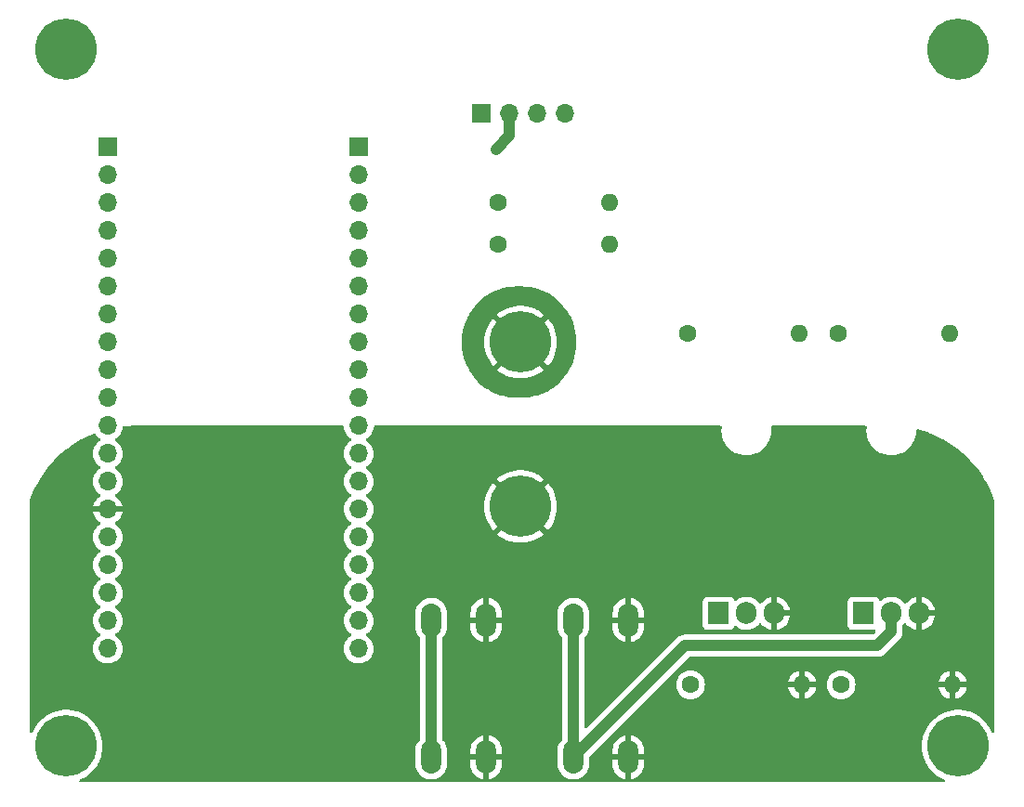
<source format=gbr>
%TF.GenerationSoftware,KiCad,Pcbnew,(6.0.7)*%
%TF.CreationDate,2022-08-09T22:59:13-05:00*%
%TF.ProjectId,garage-door_opener,67617261-6765-42d6-946f-6f725f6f7065,rev?*%
%TF.SameCoordinates,Original*%
%TF.FileFunction,Copper,L2,Bot*%
%TF.FilePolarity,Positive*%
%FSLAX46Y46*%
G04 Gerber Fmt 4.6, Leading zero omitted, Abs format (unit mm)*
G04 Created by KiCad (PCBNEW (6.0.7)) date 2022-08-09 22:59:13*
%MOMM*%
%LPD*%
G01*
G04 APERTURE LIST*
%TA.AperFunction,ComponentPad*%
%ADD10C,3.600000*%
%TD*%
%TA.AperFunction,ConnectorPad*%
%ADD11C,5.600000*%
%TD*%
%TA.AperFunction,ComponentPad*%
%ADD12O,1.850000X3.048000*%
%TD*%
%TA.AperFunction,ComponentPad*%
%ADD13C,1.600000*%
%TD*%
%TA.AperFunction,ComponentPad*%
%ADD14O,1.600000X1.600000*%
%TD*%
%TA.AperFunction,ComponentPad*%
%ADD15R,1.700000X1.700000*%
%TD*%
%TA.AperFunction,ComponentPad*%
%ADD16O,1.700000X1.700000*%
%TD*%
%TA.AperFunction,ComponentPad*%
%ADD17R,1.905000X2.000000*%
%TD*%
%TA.AperFunction,ComponentPad*%
%ADD18O,1.905000X2.000000*%
%TD*%
%TA.AperFunction,ViaPad*%
%ADD19C,0.800000*%
%TD*%
%TA.AperFunction,Conductor*%
%ADD20C,1.000000*%
%TD*%
G04 APERTURE END LIST*
D10*
%TO.P,H2,1,1*%
%TO.N,GND*%
X172212000Y-83566000D03*
D11*
X172212000Y-83566000D03*
%TD*%
D12*
%TO.P,SW1,1,1*%
%TO.N,/HIGH*%
X164084000Y-93926000D03*
X164084000Y-106426000D03*
%TO.P,SW1,2,2*%
%TO.N,GND*%
X169084000Y-106426000D03*
X169084000Y-93926000D03*
%TD*%
D13*
%TO.P,R2,1*%
%TO.N,GND*%
X170180000Y-59690000D03*
D14*
%TO.P,R2,2*%
%TO.N,/HIGH_DIV*%
X180340000Y-59690000D03*
%TD*%
D15*
%TO.P,J2,1,Pin_1*%
%TO.N,GND*%
X157480000Y-50800000D03*
D16*
%TO.P,J2,2,Pin_2*%
%TO.N,/MOSI_IO23*%
X157480000Y-53340000D03*
%TO.P,J2,3,Pin_3*%
%TO.N,/IO22*%
X157480000Y-55880000D03*
%TO.P,J2,4,Pin_4*%
%TO.N,/TX0_IO1*%
X157480000Y-58420000D03*
%TO.P,J2,5,Pin_5*%
%TO.N,/RX0_IO3*%
X157480000Y-60960000D03*
%TO.P,J2,6,Pin_6*%
%TO.N,/IO21*%
X157480000Y-63500000D03*
%TO.P,J2,7,Pin_7*%
%TO.N,GND*%
X157480000Y-66040000D03*
%TO.P,J2,8,Pin_8*%
%TO.N,/MISO_IO19*%
X157480000Y-68580000D03*
%TO.P,J2,9,Pin_9*%
%TO.N,/SCK_IO18*%
X157480000Y-71120000D03*
%TO.P,J2,10,Pin_10*%
%TO.N,/SS_IO5*%
X157480000Y-73660000D03*
%TO.P,J2,11,Pin_11*%
%TO.N,/IO17*%
X157480000Y-76200000D03*
%TO.P,J2,12,Pin_12*%
%TO.N,/IO16*%
X157480000Y-78740000D03*
%TO.P,J2,13,Pin_13*%
%TO.N,/T0_ADC10_IO4*%
X157480000Y-81280000D03*
%TO.P,J2,14,Pin_14*%
%TO.N,/T1_ADC11_IO0*%
X157480000Y-83820000D03*
%TO.P,J2,15,Pin_15*%
%TO.N,/T2_ADC12_IO2*%
X157480000Y-86360000D03*
%TO.P,J2,16,Pin_16*%
%TO.N,/T3_ADC13_IO15*%
X157480000Y-88900000D03*
%TO.P,J2,17,Pin_17*%
%TO.N,/FLASHD1_IO8*%
X157480000Y-91440000D03*
%TO.P,J2,18,Pin_18*%
%TO.N,/FLASHD0_IO7*%
X157480000Y-93980000D03*
%TO.P,J2,19,Pin_19*%
%TO.N,/FLASHSCK_IO6*%
X157480000Y-96520000D03*
%TD*%
D13*
%TO.P,R1,1*%
%TO.N,/HIGH*%
X170180000Y-55880000D03*
D14*
%TO.P,R1,2*%
%TO.N,/HIGH_DIV*%
X180340000Y-55880000D03*
%TD*%
D10*
%TO.P,REF\u002A\u002A,1*%
%TO.N,N/C*%
X212090000Y-41910000D03*
D11*
X212090000Y-41910000D03*
%TD*%
D15*
%TO.P,J3,1,Pin_1*%
%TO.N,/VIN_5V*%
X168656000Y-47752000D03*
D16*
%TO.P,J3,2,Pin_2*%
%TO.N,/IO21*%
X171196000Y-47752000D03*
%TO.P,J3,3,Pin_3*%
%TO.N,/IO22*%
X173736000Y-47752000D03*
%TO.P,J3,4,Pin_4*%
%TO.N,GND*%
X176276000Y-47752000D03*
%TD*%
D12*
%TO.P,SW2,1,1*%
%TO.N,/HIGH_DIV*%
X177038000Y-106426000D03*
X177038000Y-93926000D03*
%TO.P,SW2,2,2*%
%TO.N,GND*%
X182038000Y-106426000D03*
X182038000Y-93926000D03*
%TD*%
D13*
%TO.P,R5,1*%
%TO.N,/IO16*%
X187706000Y-99822000D03*
D14*
%TO.P,R5,2*%
%TO.N,GND*%
X197866000Y-99822000D03*
%TD*%
D10*
%TO.P,mnt,1*%
%TO.N,N/C*%
X212090000Y-105410000D03*
D11*
X212090000Y-105410000D03*
%TD*%
D13*
%TO.P,R4,1*%
%TO.N,/IO17*%
X201168000Y-67818000D03*
D14*
%TO.P,R4,2*%
%TO.N,GND*%
X211328000Y-67818000D03*
%TD*%
D17*
%TO.P,Q1,1,G*%
%TO.N,/IO16*%
X190246000Y-93304000D03*
D18*
%TO.P,Q1,2,D*%
%TO.N,/HIGH*%
X192786000Y-93304000D03*
%TO.P,Q1,3,S*%
%TO.N,GND*%
X195326000Y-93304000D03*
%TD*%
D13*
%TO.P,R6,1*%
%TO.N,/IO17*%
X201422000Y-99822000D03*
D14*
%TO.P,R6,2*%
%TO.N,GND*%
X211582000Y-99822000D03*
%TD*%
D13*
%TO.P,R3,1*%
%TO.N,/IO16*%
X187452000Y-67818000D03*
D14*
%TO.P,R3,2*%
%TO.N,GND*%
X197612000Y-67818000D03*
%TD*%
D10*
%TO.P,H1,1,1*%
%TO.N,/HIGH*%
X172212000Y-68580000D03*
D11*
X172212000Y-68580000D03*
%TD*%
D10*
%TO.P,mnt,1*%
%TO.N,N/C*%
X130810000Y-105410000D03*
D11*
X130810000Y-105410000D03*
%TD*%
D17*
%TO.P,Q2,1,G*%
%TO.N,/IO17*%
X203454000Y-93304000D03*
D18*
%TO.P,Q2,2,D*%
%TO.N,/HIGH_DIV*%
X205994000Y-93304000D03*
%TO.P,Q2,3,S*%
%TO.N,GND*%
X208534000Y-93304000D03*
%TD*%
D10*
%TO.P,REF\u002A\u002A,1*%
%TO.N,N/C*%
X130810000Y-41910000D03*
D11*
X130810000Y-41910000D03*
%TD*%
D15*
%TO.P,J1,1,Pin_1*%
%TO.N,/VIN_3V3*%
X134620000Y-50800000D03*
D16*
%TO.P,J1,2,Pin_2*%
%TO.N,/RST_EN*%
X134620000Y-53340000D03*
%TO.P,J1,3,Pin_3*%
%TO.N,/ADC0_IO36*%
X134620000Y-55880000D03*
%TO.P,J1,4,Pin_4*%
%TO.N,/ADC3_IO39*%
X134620000Y-58420000D03*
%TO.P,J1,5,Pin_5*%
%TO.N,/ADC6_IO34*%
X134620000Y-60960000D03*
%TO.P,J1,6,Pin_6*%
%TO.N,/ADC7_IO35*%
X134620000Y-63500000D03*
%TO.P,J1,7,Pin_7*%
%TO.N,/T9_ADC4_IO32*%
X134620000Y-66040000D03*
%TO.P,J1,8,Pin_8*%
%TO.N,/T8_ADC5_IO33*%
X134620000Y-68580000D03*
%TO.P,J1,9,Pin_9*%
%TO.N,/ADC18_IO25*%
X134620000Y-71120000D03*
%TO.P,J1,10,Pin_10*%
%TO.N,/ADC19_IO26*%
X134620000Y-73660000D03*
%TO.P,J1,11,Pin_11*%
%TO.N,/T7_ADC17_IO27*%
X134620000Y-76200000D03*
%TO.P,J1,12,Pin_12*%
%TO.N,/T6_ADC16_IO14*%
X134620000Y-78740000D03*
%TO.P,J1,13,Pin_13*%
%TO.N,/T5_ADC15_IO12*%
X134620000Y-81280000D03*
%TO.P,J1,14,Pin_14*%
%TO.N,GND*%
X134620000Y-83820000D03*
%TO.P,J1,15,Pin_15*%
%TO.N,/T4_ADC14_IO13*%
X134620000Y-86360000D03*
%TO.P,J1,16,Pin_16*%
%TO.N,/FLASHD2_IO9*%
X134620000Y-88900000D03*
%TO.P,J1,17,Pin_17*%
%TO.N,/FLASHD3_IO10*%
X134620000Y-91440000D03*
%TO.P,J1,18,Pin_18*%
%TO.N,/FLASHCMD_IO11*%
X134620000Y-93980000D03*
%TO.P,J1,19,Pin_19*%
%TO.N,/VIN_5V*%
X134620000Y-96520000D03*
%TD*%
D19*
%TO.N,/IO21*%
X169984000Y-50996000D03*
%TO.N,GND*%
X211328000Y-91694000D03*
%TD*%
D20*
%TO.N,/IO21*%
X169984000Y-50996000D02*
X171196000Y-49784000D01*
X171196000Y-49784000D02*
X171196000Y-47752000D01*
%TO.N,/HIGH*%
X164084000Y-93926000D02*
X164084000Y-106426000D01*
%TO.N,/HIGH_DIV*%
X177038000Y-106426000D02*
X187198000Y-96266000D01*
X204724000Y-96266000D02*
X205994000Y-94996000D01*
X205994000Y-94996000D02*
X205994000Y-93304000D01*
X187198000Y-96266000D02*
X204724000Y-96266000D01*
X177038000Y-93926000D02*
X177038000Y-106426000D01*
%TD*%
%TA.AperFunction,Conductor*%
%TO.N,GND*%
G36*
X156068348Y-76220002D02*
G01*
X156114841Y-76273658D01*
X156126018Y-76318747D01*
X156130110Y-76389715D01*
X156131247Y-76394761D01*
X156131248Y-76394767D01*
X156151119Y-76482939D01*
X156179222Y-76607639D01*
X156263266Y-76814616D01*
X156265965Y-76819020D01*
X156377291Y-77000688D01*
X156379987Y-77005088D01*
X156526250Y-77173938D01*
X156698126Y-77316632D01*
X156768595Y-77357811D01*
X156771445Y-77359476D01*
X156820169Y-77411114D01*
X156833240Y-77480897D01*
X156806509Y-77546669D01*
X156766055Y-77580027D01*
X156753607Y-77586507D01*
X156749474Y-77589610D01*
X156749471Y-77589612D01*
X156725247Y-77607800D01*
X156574965Y-77720635D01*
X156420629Y-77882138D01*
X156294743Y-78066680D01*
X156200688Y-78269305D01*
X156140989Y-78484570D01*
X156117251Y-78706695D01*
X156117548Y-78711848D01*
X156117548Y-78711851D01*
X156123011Y-78806590D01*
X156130110Y-78929715D01*
X156131247Y-78934761D01*
X156131248Y-78934767D01*
X156151119Y-79022939D01*
X156179222Y-79147639D01*
X156263266Y-79354616D01*
X156379987Y-79545088D01*
X156526250Y-79713938D01*
X156698126Y-79856632D01*
X156768595Y-79897811D01*
X156771445Y-79899476D01*
X156820169Y-79951114D01*
X156833240Y-80020897D01*
X156806509Y-80086669D01*
X156766055Y-80120027D01*
X156753607Y-80126507D01*
X156749474Y-80129610D01*
X156749471Y-80129612D01*
X156725247Y-80147800D01*
X156574965Y-80260635D01*
X156420629Y-80422138D01*
X156294743Y-80606680D01*
X156200688Y-80809305D01*
X156140989Y-81024570D01*
X156117251Y-81246695D01*
X156117548Y-81251848D01*
X156117548Y-81251851D01*
X156123011Y-81346590D01*
X156130110Y-81469715D01*
X156131247Y-81474761D01*
X156131248Y-81474767D01*
X156149705Y-81556664D01*
X156179222Y-81687639D01*
X156263266Y-81894616D01*
X156379987Y-82085088D01*
X156526250Y-82253938D01*
X156698126Y-82396632D01*
X156768595Y-82437811D01*
X156771445Y-82439476D01*
X156820169Y-82491114D01*
X156833240Y-82560897D01*
X156806509Y-82626669D01*
X156766055Y-82660027D01*
X156753607Y-82666507D01*
X156749474Y-82669610D01*
X156749471Y-82669612D01*
X156725247Y-82687800D01*
X156574965Y-82800635D01*
X156420629Y-82962138D01*
X156417715Y-82966410D01*
X156417714Y-82966411D01*
X156341003Y-83078866D01*
X156294743Y-83146680D01*
X156200688Y-83349305D01*
X156140989Y-83564570D01*
X156117251Y-83786695D01*
X156117548Y-83791848D01*
X156117548Y-83791851D01*
X156123011Y-83886590D01*
X156130110Y-84009715D01*
X156131247Y-84014761D01*
X156131248Y-84014767D01*
X156144597Y-84074000D01*
X156179222Y-84227639D01*
X156263266Y-84434616D01*
X156265965Y-84439020D01*
X156369767Y-84608410D01*
X156379987Y-84625088D01*
X156526250Y-84793938D01*
X156698126Y-84936632D01*
X156707162Y-84941912D01*
X156771445Y-84979476D01*
X156820169Y-85031114D01*
X156833240Y-85100897D01*
X156806509Y-85166669D01*
X156766055Y-85200027D01*
X156753607Y-85206507D01*
X156749474Y-85209610D01*
X156749471Y-85209612D01*
X156635958Y-85294840D01*
X156574965Y-85340635D01*
X156420629Y-85502138D01*
X156294743Y-85686680D01*
X156200688Y-85889305D01*
X156140989Y-86104570D01*
X156117251Y-86326695D01*
X156117548Y-86331848D01*
X156117548Y-86331851D01*
X156127250Y-86500121D01*
X156130110Y-86549715D01*
X156131247Y-86554761D01*
X156131248Y-86554767D01*
X156149597Y-86636184D01*
X156179222Y-86767639D01*
X156263266Y-86974616D01*
X156379987Y-87165088D01*
X156526250Y-87333938D01*
X156698126Y-87476632D01*
X156768595Y-87517811D01*
X156771445Y-87519476D01*
X156820169Y-87571114D01*
X156833240Y-87640897D01*
X156806509Y-87706669D01*
X156766055Y-87740027D01*
X156753607Y-87746507D01*
X156749474Y-87749610D01*
X156749471Y-87749612D01*
X156725247Y-87767800D01*
X156574965Y-87880635D01*
X156420629Y-88042138D01*
X156294743Y-88226680D01*
X156200688Y-88429305D01*
X156140989Y-88644570D01*
X156117251Y-88866695D01*
X156117548Y-88871848D01*
X156117548Y-88871851D01*
X156123011Y-88966590D01*
X156130110Y-89089715D01*
X156131247Y-89094761D01*
X156131248Y-89094767D01*
X156151119Y-89182939D01*
X156179222Y-89307639D01*
X156263266Y-89514616D01*
X156379987Y-89705088D01*
X156526250Y-89873938D01*
X156698126Y-90016632D01*
X156768595Y-90057811D01*
X156771445Y-90059476D01*
X156820169Y-90111114D01*
X156833240Y-90180897D01*
X156806509Y-90246669D01*
X156766055Y-90280027D01*
X156753607Y-90286507D01*
X156749474Y-90289610D01*
X156749471Y-90289612D01*
X156725247Y-90307800D01*
X156574965Y-90420635D01*
X156420629Y-90582138D01*
X156294743Y-90766680D01*
X156200688Y-90969305D01*
X156140989Y-91184570D01*
X156117251Y-91406695D01*
X156117548Y-91411848D01*
X156117548Y-91411851D01*
X156123011Y-91506590D01*
X156130110Y-91629715D01*
X156131247Y-91634761D01*
X156131248Y-91634767D01*
X156151119Y-91722939D01*
X156179222Y-91847639D01*
X156263266Y-92054616D01*
X156297098Y-92109825D01*
X156343953Y-92186285D01*
X156379987Y-92245088D01*
X156526250Y-92413938D01*
X156698126Y-92556632D01*
X156703267Y-92559636D01*
X156771445Y-92599476D01*
X156820169Y-92651114D01*
X156833240Y-92720897D01*
X156806509Y-92786669D01*
X156766055Y-92820027D01*
X156753607Y-92826507D01*
X156749474Y-92829610D01*
X156749471Y-92829612D01*
X156579100Y-92957530D01*
X156574965Y-92960635D01*
X156571393Y-92964373D01*
X156454081Y-93087133D01*
X156420629Y-93122138D01*
X156294743Y-93306680D01*
X156200688Y-93509305D01*
X156140989Y-93724570D01*
X156117251Y-93946695D01*
X156117548Y-93951848D01*
X156117548Y-93951851D01*
X156123011Y-94046590D01*
X156130110Y-94169715D01*
X156131247Y-94174761D01*
X156131248Y-94174767D01*
X156146248Y-94241326D01*
X156179222Y-94387639D01*
X156217461Y-94481811D01*
X156260781Y-94588495D01*
X156263266Y-94594616D01*
X156269897Y-94605437D01*
X156372026Y-94772096D01*
X156379987Y-94785088D01*
X156526250Y-94953938D01*
X156698126Y-95096632D01*
X156710415Y-95103813D01*
X156771445Y-95139476D01*
X156820169Y-95191114D01*
X156833240Y-95260897D01*
X156806509Y-95326669D01*
X156766055Y-95360027D01*
X156753607Y-95366507D01*
X156749474Y-95369610D01*
X156749471Y-95369612D01*
X156601464Y-95480739D01*
X156574965Y-95500635D01*
X156420629Y-95662138D01*
X156417715Y-95666410D01*
X156417714Y-95666411D01*
X156358746Y-95752855D01*
X156294743Y-95846680D01*
X156200688Y-96049305D01*
X156140989Y-96264570D01*
X156117251Y-96486695D01*
X156117548Y-96491848D01*
X156117548Y-96491851D01*
X156123011Y-96586590D01*
X156130110Y-96709715D01*
X156131247Y-96714761D01*
X156131248Y-96714767D01*
X156151119Y-96802939D01*
X156179222Y-96927639D01*
X156263266Y-97134616D01*
X156307567Y-97206909D01*
X156341709Y-97262623D01*
X156379987Y-97325088D01*
X156526250Y-97493938D01*
X156698126Y-97636632D01*
X156891000Y-97749338D01*
X157099692Y-97829030D01*
X157104760Y-97830061D01*
X157104763Y-97830062D01*
X157212017Y-97851883D01*
X157318597Y-97873567D01*
X157323772Y-97873757D01*
X157323774Y-97873757D01*
X157536673Y-97881564D01*
X157536677Y-97881564D01*
X157541837Y-97881753D01*
X157546957Y-97881097D01*
X157546959Y-97881097D01*
X157758288Y-97854025D01*
X157758289Y-97854025D01*
X157763416Y-97853368D01*
X157768366Y-97851883D01*
X157972429Y-97790661D01*
X157972434Y-97790659D01*
X157977384Y-97789174D01*
X158177994Y-97690896D01*
X158359860Y-97561173D01*
X158518096Y-97403489D01*
X158577594Y-97320689D01*
X158645435Y-97226277D01*
X158648453Y-97222077D01*
X158655950Y-97206909D01*
X158745136Y-97026453D01*
X158745137Y-97026451D01*
X158747430Y-97021811D01*
X158812370Y-96808069D01*
X158841529Y-96586590D01*
X158843156Y-96520000D01*
X158824852Y-96297361D01*
X158770431Y-96080702D01*
X158681354Y-95875840D01*
X158641906Y-95814862D01*
X158562822Y-95692617D01*
X158562820Y-95692614D01*
X158560014Y-95688277D01*
X158409670Y-95523051D01*
X158405619Y-95519852D01*
X158405615Y-95519848D01*
X158238414Y-95387800D01*
X158238410Y-95387798D01*
X158234359Y-95384598D01*
X158193053Y-95361796D01*
X158143084Y-95311364D01*
X158128312Y-95241921D01*
X158153428Y-95175516D01*
X158180780Y-95148909D01*
X158245842Y-95102501D01*
X158359860Y-95021173D01*
X158364525Y-95016525D01*
X158441209Y-94940107D01*
X158518096Y-94863489D01*
X158577594Y-94780689D01*
X158645435Y-94686277D01*
X158648453Y-94682077D01*
X158655776Y-94667261D01*
X158745136Y-94486453D01*
X158745137Y-94486451D01*
X158747430Y-94481811D01*
X158812370Y-94268069D01*
X158841529Y-94046590D01*
X158843156Y-93980000D01*
X158824852Y-93757361D01*
X158770431Y-93540702D01*
X158681354Y-93335840D01*
X158638666Y-93269855D01*
X158562822Y-93152617D01*
X158562820Y-93152614D01*
X158560014Y-93148277D01*
X158409670Y-92983051D01*
X158405619Y-92979852D01*
X158405615Y-92979848D01*
X158238414Y-92847800D01*
X158238410Y-92847798D01*
X158234359Y-92844598D01*
X158193053Y-92821796D01*
X158143084Y-92771364D01*
X158128312Y-92701921D01*
X158153428Y-92635516D01*
X158180780Y-92608909D01*
X158224603Y-92577650D01*
X158359860Y-92481173D01*
X158391786Y-92449359D01*
X158514435Y-92327137D01*
X158518096Y-92323489D01*
X158550185Y-92278833D01*
X158645435Y-92146277D01*
X158648453Y-92142077D01*
X158653170Y-92132534D01*
X158745136Y-91946453D01*
X158745137Y-91946451D01*
X158747430Y-91941811D01*
X158788988Y-91805029D01*
X158810865Y-91733023D01*
X158810865Y-91733021D01*
X158812370Y-91728069D01*
X158841529Y-91506590D01*
X158843156Y-91440000D01*
X158824852Y-91217361D01*
X158770431Y-91000702D01*
X158681354Y-90795840D01*
X158560014Y-90608277D01*
X158409670Y-90443051D01*
X158405619Y-90439852D01*
X158405615Y-90439848D01*
X158238414Y-90307800D01*
X158238410Y-90307798D01*
X158234359Y-90304598D01*
X158193053Y-90281796D01*
X158143084Y-90231364D01*
X158128312Y-90161921D01*
X158153428Y-90095516D01*
X158180780Y-90068909D01*
X158224603Y-90037650D01*
X158359860Y-89941173D01*
X158518096Y-89783489D01*
X158577594Y-89700689D01*
X158645435Y-89606277D01*
X158648453Y-89602077D01*
X158747430Y-89401811D01*
X158812370Y-89188069D01*
X158841529Y-88966590D01*
X158843156Y-88900000D01*
X158824852Y-88677361D01*
X158770431Y-88460702D01*
X158681354Y-88255840D01*
X158560014Y-88068277D01*
X158409670Y-87903051D01*
X158405619Y-87899852D01*
X158405615Y-87899848D01*
X158238414Y-87767800D01*
X158238410Y-87767798D01*
X158234359Y-87764598D01*
X158193053Y-87741796D01*
X158143084Y-87691364D01*
X158128312Y-87621921D01*
X158153428Y-87555516D01*
X158180780Y-87528909D01*
X158224603Y-87497650D01*
X158359860Y-87401173D01*
X158518096Y-87243489D01*
X158577594Y-87160689D01*
X158645435Y-87066277D01*
X158648453Y-87062077D01*
X158741878Y-86873046D01*
X158745136Y-86866453D01*
X158745137Y-86866451D01*
X158747430Y-86861811D01*
X158812370Y-86648069D01*
X158841529Y-86426590D01*
X158843156Y-86360000D01*
X158824852Y-86137361D01*
X158811042Y-86082381D01*
X170061160Y-86082381D01*
X170061237Y-86083470D01*
X170063698Y-86087206D01*
X170337632Y-86297404D01*
X170343262Y-86301259D01*
X170643591Y-86483862D01*
X170649593Y-86487080D01*
X170967897Y-86636184D01*
X170974202Y-86638732D01*
X171306743Y-86752587D01*
X171313313Y-86754446D01*
X171656183Y-86831714D01*
X171662912Y-86832853D01*
X172012143Y-86872643D01*
X172018933Y-86873046D01*
X172370419Y-86874886D01*
X172377220Y-86874554D01*
X172726853Y-86838423D01*
X172733581Y-86837357D01*
X173077274Y-86763676D01*
X173083822Y-86761897D01*
X173417549Y-86651527D01*
X173423891Y-86649041D01*
X173743718Y-86503288D01*
X173749777Y-86500121D01*
X174051995Y-86320676D01*
X174057659Y-86316884D01*
X174338732Y-86105849D01*
X174343958Y-86101464D01*
X174353613Y-86092428D01*
X174361682Y-86078750D01*
X174361654Y-86078024D01*
X174356512Y-86069723D01*
X172224810Y-83938020D01*
X172210869Y-83930408D01*
X172209034Y-83930539D01*
X172202420Y-83934790D01*
X170068774Y-86068437D01*
X170061160Y-86082381D01*
X158811042Y-86082381D01*
X158770431Y-85920702D01*
X158681354Y-85715840D01*
X158641906Y-85654862D01*
X158562822Y-85532617D01*
X158562820Y-85532614D01*
X158560014Y-85528277D01*
X158409670Y-85363051D01*
X158405619Y-85359852D01*
X158405615Y-85359848D01*
X158238414Y-85227800D01*
X158238410Y-85227798D01*
X158234359Y-85224598D01*
X158193053Y-85201796D01*
X158143084Y-85151364D01*
X158128312Y-85081921D01*
X158153428Y-85015516D01*
X158180780Y-84988909D01*
X158246667Y-84941912D01*
X158359860Y-84861173D01*
X158518096Y-84703489D01*
X158577594Y-84620689D01*
X158645435Y-84526277D01*
X158648453Y-84522077D01*
X158747430Y-84321811D01*
X158812370Y-84108069D01*
X158841529Y-83886590D01*
X158843156Y-83820000D01*
X158824852Y-83597361D01*
X158814923Y-83557832D01*
X168899333Y-83557832D01*
X168917117Y-83908893D01*
X168917827Y-83915649D01*
X168973420Y-84262723D01*
X168974859Y-84269378D01*
X169067608Y-84608410D01*
X169069757Y-84614871D01*
X169198581Y-84941912D01*
X169201412Y-84948095D01*
X169364803Y-85259310D01*
X169368286Y-85265152D01*
X169564330Y-85556896D01*
X169568433Y-85562340D01*
X169688425Y-85704836D01*
X169701164Y-85713279D01*
X169711608Y-85707181D01*
X171839980Y-83578810D01*
X171846357Y-83567131D01*
X172576408Y-83567131D01*
X172576539Y-83568966D01*
X172580790Y-83575580D01*
X174711009Y-85705798D01*
X174724605Y-85713223D01*
X174734218Y-85706522D01*
X174834518Y-85589912D01*
X174838676Y-85584514D01*
X175037762Y-85294840D01*
X175041310Y-85289029D01*
X175207942Y-84979559D01*
X175210849Y-84973381D01*
X175343090Y-84647713D01*
X175345304Y-84641283D01*
X175441598Y-84303237D01*
X175443105Y-84296607D01*
X175502332Y-83950118D01*
X175503112Y-83943378D01*
X175524668Y-83590925D01*
X175524784Y-83587323D01*
X175524853Y-83567819D01*
X175524761Y-83564194D01*
X175505666Y-83211615D01*
X175504931Y-83204849D01*
X175448130Y-82857985D01*
X175446663Y-82851313D01*
X175352736Y-82512627D01*
X175350562Y-82506163D01*
X175220598Y-82179578D01*
X175217742Y-82173398D01*
X175053269Y-81862763D01*
X175049769Y-81856937D01*
X174852697Y-81565862D01*
X174848590Y-81560453D01*
X174735565Y-81427179D01*
X174722740Y-81418743D01*
X174712416Y-81424795D01*
X172584020Y-83553190D01*
X172576408Y-83567131D01*
X171846357Y-83567131D01*
X171847592Y-83564869D01*
X171847461Y-83563034D01*
X171843210Y-83556420D01*
X169712992Y-81426203D01*
X169699455Y-81418811D01*
X169689753Y-81425599D01*
X169582430Y-81551257D01*
X169578296Y-81556664D01*
X169380215Y-81847041D01*
X169376697Y-81852851D01*
X169211134Y-82162922D01*
X169208259Y-82169087D01*
X169077155Y-82495218D01*
X169074962Y-82501658D01*
X168979846Y-82840044D01*
X168978363Y-82846679D01*
X168920350Y-83193354D01*
X168919591Y-83200126D01*
X168899357Y-83551037D01*
X168899333Y-83557832D01*
X158814923Y-83557832D01*
X158770431Y-83380702D01*
X158681354Y-83175840D01*
X158560014Y-82988277D01*
X158409670Y-82823051D01*
X158405619Y-82819852D01*
X158405615Y-82819848D01*
X158238414Y-82687800D01*
X158238410Y-82687798D01*
X158234359Y-82684598D01*
X158193053Y-82661796D01*
X158143084Y-82611364D01*
X158128312Y-82541921D01*
X158153428Y-82475516D01*
X158180780Y-82448909D01*
X158224603Y-82417650D01*
X158359860Y-82321173D01*
X158518096Y-82163489D01*
X158577594Y-82080689D01*
X158645435Y-81986277D01*
X158648453Y-81982077D01*
X158666361Y-81945844D01*
X158745136Y-81786453D01*
X158745137Y-81786451D01*
X158747430Y-81781811D01*
X158812370Y-81568069D01*
X158841529Y-81346590D01*
X158843156Y-81280000D01*
X158824852Y-81057361D01*
X158823722Y-81052862D01*
X170061950Y-81052862D01*
X170061986Y-81053704D01*
X170067037Y-81061826D01*
X171326383Y-82321173D01*
X172199190Y-83193980D01*
X172213131Y-83201592D01*
X172214966Y-83201461D01*
X172221580Y-83197210D01*
X173097617Y-82321173D01*
X174354798Y-81063991D01*
X174362412Y-81050047D01*
X174362344Y-81049090D01*
X174357834Y-81042271D01*
X174356418Y-81041065D01*
X174076813Y-80828064D01*
X174071187Y-80824240D01*
X173770214Y-80642681D01*
X173764202Y-80639484D01*
X173445370Y-80491487D01*
X173439070Y-80488967D01*
X173106129Y-80376273D01*
X173099551Y-80374437D01*
X172756417Y-80298367D01*
X172749678Y-80297251D01*
X172400310Y-80258680D01*
X172393529Y-80258301D01*
X172042015Y-80257687D01*
X172035242Y-80258042D01*
X171685720Y-80295395D01*
X171679010Y-80296482D01*
X171335586Y-80371361D01*
X171329011Y-80373172D01*
X170995683Y-80484702D01*
X170989361Y-80487205D01*
X170670034Y-80634079D01*
X170663991Y-80637265D01*
X170362401Y-80817763D01*
X170356755Y-80821571D01*
X170076408Y-81033596D01*
X170071211Y-81037987D01*
X170069972Y-81039155D01*
X170061950Y-81052862D01*
X158823722Y-81052862D01*
X158770431Y-80840702D01*
X158681354Y-80635840D01*
X158585198Y-80487205D01*
X158562822Y-80452617D01*
X158562820Y-80452614D01*
X158560014Y-80448277D01*
X158409670Y-80283051D01*
X158405619Y-80279852D01*
X158405615Y-80279848D01*
X158238414Y-80147800D01*
X158238410Y-80147798D01*
X158234359Y-80144598D01*
X158193053Y-80121796D01*
X158143084Y-80071364D01*
X158128312Y-80001921D01*
X158153428Y-79935516D01*
X158180780Y-79908909D01*
X158224603Y-79877650D01*
X158359860Y-79781173D01*
X158518096Y-79623489D01*
X158577594Y-79540689D01*
X158645435Y-79446277D01*
X158648453Y-79442077D01*
X158690257Y-79357494D01*
X158745136Y-79246453D01*
X158745137Y-79246451D01*
X158747430Y-79241811D01*
X158812370Y-79028069D01*
X158841529Y-78806590D01*
X158843156Y-78740000D01*
X158824852Y-78517361D01*
X158770431Y-78300702D01*
X158681354Y-78095840D01*
X158560014Y-77908277D01*
X158409670Y-77743051D01*
X158405619Y-77739852D01*
X158405615Y-77739848D01*
X158238414Y-77607800D01*
X158238410Y-77607798D01*
X158234359Y-77604598D01*
X158193053Y-77581796D01*
X158143084Y-77531364D01*
X158128312Y-77461921D01*
X158153428Y-77395516D01*
X158180780Y-77368909D01*
X158224603Y-77337650D01*
X158359860Y-77241173D01*
X158518096Y-77083489D01*
X158577594Y-77000689D01*
X158645435Y-76906277D01*
X158648453Y-76902077D01*
X158747430Y-76701811D01*
X158812370Y-76488069D01*
X158831542Y-76342447D01*
X158835873Y-76309553D01*
X158864596Y-76244626D01*
X158923861Y-76205535D01*
X158960795Y-76200000D01*
X190418174Y-76200000D01*
X190486295Y-76220002D01*
X190532788Y-76273658D01*
X190543096Y-76342447D01*
X190542822Y-76344525D01*
X190542017Y-76348574D01*
X190522654Y-76644000D01*
X190522924Y-76648119D01*
X190541183Y-76926700D01*
X190542017Y-76939426D01*
X190542819Y-76943459D01*
X190542820Y-76943465D01*
X190598970Y-77225747D01*
X190599776Y-77229797D01*
X190601103Y-77233706D01*
X190601104Y-77233710D01*
X190667511Y-77429338D01*
X190694941Y-77510145D01*
X190732599Y-77586507D01*
X190817629Y-77758931D01*
X190825885Y-77775673D01*
X190828179Y-77779106D01*
X190911936Y-77904457D01*
X190990367Y-78021838D01*
X190993081Y-78024932D01*
X190993085Y-78024938D01*
X191065588Y-78107611D01*
X191185573Y-78244427D01*
X191188662Y-78247136D01*
X191405062Y-78436915D01*
X191405068Y-78436919D01*
X191408162Y-78439633D01*
X191411588Y-78441922D01*
X191411593Y-78441926D01*
X191494739Y-78497482D01*
X191654327Y-78604115D01*
X191658026Y-78605939D01*
X191658031Y-78605942D01*
X191794313Y-78673148D01*
X191919855Y-78735059D01*
X191923760Y-78736384D01*
X191923761Y-78736385D01*
X192196290Y-78828896D01*
X192196294Y-78828897D01*
X192200203Y-78830224D01*
X192204247Y-78831028D01*
X192204253Y-78831030D01*
X192486535Y-78887180D01*
X192486541Y-78887181D01*
X192490574Y-78887983D01*
X192494679Y-78888252D01*
X192494686Y-78888253D01*
X192781881Y-78907076D01*
X192786000Y-78907346D01*
X192790119Y-78907076D01*
X193077314Y-78888253D01*
X193077321Y-78888252D01*
X193081426Y-78887983D01*
X193085459Y-78887181D01*
X193085465Y-78887180D01*
X193367747Y-78831030D01*
X193367753Y-78831028D01*
X193371797Y-78830224D01*
X193375706Y-78828897D01*
X193375710Y-78828896D01*
X193648239Y-78736385D01*
X193648240Y-78736384D01*
X193652145Y-78735059D01*
X193777687Y-78673148D01*
X193913969Y-78605942D01*
X193913974Y-78605939D01*
X193917673Y-78604115D01*
X194077261Y-78497482D01*
X194160407Y-78441926D01*
X194160412Y-78441922D01*
X194163838Y-78439633D01*
X194166932Y-78436919D01*
X194166938Y-78436915D01*
X194383338Y-78247136D01*
X194386427Y-78244427D01*
X194506412Y-78107611D01*
X194578915Y-78024938D01*
X194578919Y-78024932D01*
X194581633Y-78021838D01*
X194660065Y-77904457D01*
X194743821Y-77779106D01*
X194746115Y-77775673D01*
X194754372Y-77758931D01*
X194839401Y-77586507D01*
X194877059Y-77510145D01*
X194904489Y-77429338D01*
X194970896Y-77233710D01*
X194970897Y-77233706D01*
X194972224Y-77229797D01*
X194973030Y-77225747D01*
X195029180Y-76943465D01*
X195029181Y-76943459D01*
X195029983Y-76939426D01*
X195030818Y-76926700D01*
X195049076Y-76648119D01*
X195049346Y-76644000D01*
X195029983Y-76348574D01*
X195029178Y-76344525D01*
X195028904Y-76342447D01*
X195039843Y-76272298D01*
X195086971Y-76219199D01*
X195153826Y-76200000D01*
X203626174Y-76200000D01*
X203694295Y-76220002D01*
X203740788Y-76273658D01*
X203751096Y-76342447D01*
X203750822Y-76344525D01*
X203750017Y-76348574D01*
X203730654Y-76644000D01*
X203730924Y-76648119D01*
X203749183Y-76926700D01*
X203750017Y-76939426D01*
X203750819Y-76943459D01*
X203750820Y-76943465D01*
X203806970Y-77225747D01*
X203807776Y-77229797D01*
X203809103Y-77233706D01*
X203809104Y-77233710D01*
X203875511Y-77429338D01*
X203902941Y-77510145D01*
X203940599Y-77586507D01*
X204025629Y-77758931D01*
X204033885Y-77775673D01*
X204036179Y-77779106D01*
X204119936Y-77904457D01*
X204198367Y-78021838D01*
X204201081Y-78024932D01*
X204201085Y-78024938D01*
X204273588Y-78107611D01*
X204393573Y-78244427D01*
X204396662Y-78247136D01*
X204613062Y-78436915D01*
X204613068Y-78436919D01*
X204616162Y-78439633D01*
X204619588Y-78441922D01*
X204619593Y-78441926D01*
X204702739Y-78497482D01*
X204862327Y-78604115D01*
X204866026Y-78605939D01*
X204866031Y-78605942D01*
X205002313Y-78673148D01*
X205127855Y-78735059D01*
X205131760Y-78736384D01*
X205131761Y-78736385D01*
X205404290Y-78828896D01*
X205404294Y-78828897D01*
X205408203Y-78830224D01*
X205412247Y-78831028D01*
X205412253Y-78831030D01*
X205694535Y-78887180D01*
X205694541Y-78887181D01*
X205698574Y-78887983D01*
X205702679Y-78888252D01*
X205702686Y-78888253D01*
X205989881Y-78907076D01*
X205994000Y-78907346D01*
X205998119Y-78907076D01*
X206285314Y-78888253D01*
X206285321Y-78888252D01*
X206289426Y-78887983D01*
X206293459Y-78887181D01*
X206293465Y-78887180D01*
X206575747Y-78831030D01*
X206575753Y-78831028D01*
X206579797Y-78830224D01*
X206583706Y-78828897D01*
X206583710Y-78828896D01*
X206856239Y-78736385D01*
X206856240Y-78736384D01*
X206860145Y-78735059D01*
X206985687Y-78673148D01*
X207121969Y-78605942D01*
X207121974Y-78605939D01*
X207125673Y-78604115D01*
X207285261Y-78497482D01*
X207368407Y-78441926D01*
X207368412Y-78441922D01*
X207371838Y-78439633D01*
X207374932Y-78436919D01*
X207374938Y-78436915D01*
X207591338Y-78247136D01*
X207594427Y-78244427D01*
X207714412Y-78107611D01*
X207786915Y-78024938D01*
X207786919Y-78024932D01*
X207789633Y-78021838D01*
X207868065Y-77904457D01*
X207951821Y-77779106D01*
X207954115Y-77775673D01*
X207962372Y-77758931D01*
X208047401Y-77586507D01*
X208085059Y-77510145D01*
X208112489Y-77429338D01*
X208178896Y-77233710D01*
X208178897Y-77233706D01*
X208180224Y-77229797D01*
X208181030Y-77225747D01*
X208237180Y-76943465D01*
X208237181Y-76943459D01*
X208237983Y-76939426D01*
X208238818Y-76926700D01*
X208257076Y-76648119D01*
X208257346Y-76644000D01*
X208257311Y-76643467D01*
X208277078Y-76576146D01*
X208330734Y-76529653D01*
X208401008Y-76519549D01*
X208418226Y-76523269D01*
X208986380Y-76688334D01*
X208993883Y-76690772D01*
X209285708Y-76795835D01*
X209577520Y-76900894D01*
X209584879Y-76903808D01*
X210154156Y-77150155D01*
X210161304Y-77153518D01*
X210636252Y-77395516D01*
X210714020Y-77435141D01*
X210720956Y-77438955D01*
X211254866Y-77754709D01*
X211261520Y-77758931D01*
X211774589Y-78107611D01*
X211780984Y-78112259D01*
X211954866Y-78247136D01*
X212267587Y-78489707D01*
X212271106Y-78492437D01*
X212277205Y-78497482D01*
X212742506Y-78907700D01*
X212748276Y-78913119D01*
X213186881Y-79351724D01*
X213192300Y-79357494D01*
X213602518Y-79822795D01*
X213607563Y-79828894D01*
X213987741Y-80319016D01*
X213992389Y-80325411D01*
X214341069Y-80838480D01*
X214345291Y-80845134D01*
X214473854Y-81062522D01*
X214661045Y-81379044D01*
X214664859Y-81385980D01*
X214946482Y-81938696D01*
X214949845Y-81945844D01*
X215196192Y-82515121D01*
X215199106Y-82522480D01*
X215384051Y-83036185D01*
X215391500Y-83078866D01*
X215391500Y-104100860D01*
X215371498Y-104168981D01*
X215317842Y-104215474D01*
X215247568Y-104225578D01*
X215182988Y-104196084D01*
X215148429Y-104147448D01*
X215129890Y-104100860D01*
X215097793Y-104020205D01*
X215067768Y-103963498D01*
X214931702Y-103706513D01*
X214931698Y-103706506D01*
X214930103Y-103703494D01*
X214729190Y-103406746D01*
X214497403Y-103133432D01*
X214237454Y-102886750D01*
X213952384Y-102669585D01*
X213949472Y-102667828D01*
X213949467Y-102667825D01*
X213648443Y-102486236D01*
X213648437Y-102486233D01*
X213645528Y-102484478D01*
X213320475Y-102333593D01*
X213150752Y-102276145D01*
X212984255Y-102219789D01*
X212984250Y-102219788D01*
X212981028Y-102218697D01*
X212782681Y-102174724D01*
X212634493Y-102141871D01*
X212634487Y-102141870D01*
X212631158Y-102141132D01*
X212627769Y-102140758D01*
X212627764Y-102140757D01*
X212278338Y-102102180D01*
X212278333Y-102102180D01*
X212274957Y-102101807D01*
X212271558Y-102101801D01*
X212271557Y-102101801D01*
X212102080Y-102101505D01*
X211916592Y-102101182D01*
X211803413Y-102113277D01*
X211563639Y-102138901D01*
X211563631Y-102138902D01*
X211560256Y-102139263D01*
X211210117Y-102215606D01*
X210870271Y-102329317D01*
X210867178Y-102330739D01*
X210867177Y-102330740D01*
X210860974Y-102333593D01*
X210544694Y-102479066D01*
X210237193Y-102663101D01*
X210234467Y-102665163D01*
X210234465Y-102665164D01*
X210228620Y-102669585D01*
X209951367Y-102879270D01*
X209690559Y-103125043D01*
X209457819Y-103397546D01*
X209455900Y-103400358D01*
X209455897Y-103400363D01*
X209362624Y-103537097D01*
X209255871Y-103693591D01*
X209087077Y-104009714D01*
X208953411Y-104342218D01*
X208952491Y-104345492D01*
X208952489Y-104345497D01*
X208871807Y-104632534D01*
X208856437Y-104687213D01*
X208855875Y-104690570D01*
X208855875Y-104690571D01*
X208844844Y-104756493D01*
X208797290Y-105040663D01*
X208776661Y-105398434D01*
X208794792Y-105756340D01*
X208795329Y-105759695D01*
X208795330Y-105759701D01*
X208800316Y-105790828D01*
X208851470Y-106110195D01*
X208946033Y-106455859D01*
X209077374Y-106789288D01*
X209108151Y-106847909D01*
X209239826Y-107098713D01*
X209243957Y-107106582D01*
X209245858Y-107109411D01*
X209245864Y-107109421D01*
X209373539Y-107299420D01*
X209443834Y-107404029D01*
X209674665Y-107678150D01*
X209933751Y-107925738D01*
X210218061Y-108143897D01*
X210250056Y-108163350D01*
X210521355Y-108328303D01*
X210521360Y-108328306D01*
X210524270Y-108330075D01*
X210807788Y-108462884D01*
X210825963Y-108471398D01*
X210879166Y-108518408D01*
X210898508Y-108586719D01*
X210877848Y-108654643D01*
X210823745Y-108700615D01*
X210772514Y-108711500D01*
X177142518Y-108711500D01*
X177130251Y-108707898D01*
X177104063Y-108711500D01*
X164188518Y-108711500D01*
X164176251Y-108707898D01*
X164150063Y-108711500D01*
X132124051Y-108711500D01*
X132055930Y-108691498D01*
X132009437Y-108637842D01*
X131999333Y-108567568D01*
X132028827Y-108502988D01*
X132071800Y-108470845D01*
X132097515Y-108459126D01*
X132345066Y-108346311D01*
X132558697Y-108219466D01*
X132650262Y-108165099D01*
X132650267Y-108165096D01*
X132653207Y-108163350D01*
X132708371Y-108121932D01*
X132773808Y-108072800D01*
X132939786Y-107948180D01*
X133201451Y-107703319D01*
X133435140Y-107431630D01*
X133556686Y-107254779D01*
X133636190Y-107139101D01*
X133636195Y-107139094D01*
X133638120Y-107136292D01*
X133639732Y-107133298D01*
X133639737Y-107133290D01*
X133665869Y-107084757D01*
X162650500Y-107084757D01*
X162650711Y-107087318D01*
X162650712Y-107087341D01*
X162664478Y-107254779D01*
X162664479Y-107254785D01*
X162664902Y-107259930D01*
X162722327Y-107488551D01*
X162816322Y-107704723D01*
X162944360Y-107902641D01*
X162947839Y-107906464D01*
X162947841Y-107906467D01*
X162985797Y-107948180D01*
X163103005Y-108076989D01*
X163107056Y-108080188D01*
X163107060Y-108080192D01*
X163283939Y-108219883D01*
X163283943Y-108219885D01*
X163287994Y-108223085D01*
X163494361Y-108337005D01*
X163499230Y-108338729D01*
X163499234Y-108338731D01*
X163711689Y-108413965D01*
X163711693Y-108413966D01*
X163716564Y-108415691D01*
X163721657Y-108416598D01*
X163721660Y-108416599D01*
X163943544Y-108456123D01*
X163943550Y-108456124D01*
X163948633Y-108457029D01*
X164150226Y-108459492D01*
X164151602Y-108459509D01*
X164162597Y-108462884D01*
X164179487Y-108459850D01*
X164184339Y-108459909D01*
X164417349Y-108424253D01*
X164641407Y-108351020D01*
X164850496Y-108242175D01*
X164854629Y-108239072D01*
X164854632Y-108239070D01*
X165034865Y-108103747D01*
X165034868Y-108103745D01*
X165039000Y-108100642D01*
X165201857Y-107930223D01*
X165334693Y-107735492D01*
X165336869Y-107730805D01*
X165431764Y-107526372D01*
X165431766Y-107526367D01*
X165433941Y-107521681D01*
X165496935Y-107294532D01*
X165516718Y-107109421D01*
X165517144Y-107105437D01*
X165517144Y-107105429D01*
X165517500Y-107102102D01*
X165517500Y-107082145D01*
X167651000Y-107082145D01*
X167651212Y-107087318D01*
X167664973Y-107254687D01*
X167666658Y-107264867D01*
X167721544Y-107483377D01*
X167724864Y-107493128D01*
X167814704Y-107699749D01*
X167819570Y-107708824D01*
X167941948Y-107897990D01*
X167948240Y-107906161D01*
X168099869Y-108072800D01*
X168107402Y-108079825D01*
X168284218Y-108219466D01*
X168292791Y-108225162D01*
X168490045Y-108334052D01*
X168499440Y-108338273D01*
X168711820Y-108413481D01*
X168721783Y-108416113D01*
X168812163Y-108432212D01*
X168825460Y-108430752D01*
X168829508Y-108417774D01*
X169338000Y-108417774D01*
X169341918Y-108431118D01*
X169356194Y-108433105D01*
X169412121Y-108424547D01*
X169422146Y-108422159D01*
X169636295Y-108352164D01*
X169645804Y-108348167D01*
X169845640Y-108244139D01*
X169854365Y-108238645D01*
X170034532Y-108103372D01*
X170042239Y-108096529D01*
X170197896Y-107933644D01*
X170204379Y-107925638D01*
X170331343Y-107739515D01*
X170336432Y-107730556D01*
X170431294Y-107526193D01*
X170434851Y-107516525D01*
X170495060Y-107299420D01*
X170496991Y-107289301D01*
X170516644Y-107105405D01*
X170517000Y-107098713D01*
X170517000Y-107084757D01*
X175604500Y-107084757D01*
X175604711Y-107087318D01*
X175604712Y-107087341D01*
X175618478Y-107254779D01*
X175618479Y-107254785D01*
X175618902Y-107259930D01*
X175676327Y-107488551D01*
X175770322Y-107704723D01*
X175898360Y-107902641D01*
X175901839Y-107906464D01*
X175901841Y-107906467D01*
X175939797Y-107948180D01*
X176057005Y-108076989D01*
X176061056Y-108080188D01*
X176061060Y-108080192D01*
X176237939Y-108219883D01*
X176237943Y-108219885D01*
X176241994Y-108223085D01*
X176448361Y-108337005D01*
X176453230Y-108338729D01*
X176453234Y-108338731D01*
X176665689Y-108413965D01*
X176665693Y-108413966D01*
X176670564Y-108415691D01*
X176675657Y-108416598D01*
X176675660Y-108416599D01*
X176897544Y-108456123D01*
X176897550Y-108456124D01*
X176902633Y-108457029D01*
X177104226Y-108459492D01*
X177105602Y-108459509D01*
X177116597Y-108462884D01*
X177133487Y-108459850D01*
X177138339Y-108459909D01*
X177371349Y-108424253D01*
X177595407Y-108351020D01*
X177804496Y-108242175D01*
X177808629Y-108239072D01*
X177808632Y-108239070D01*
X177988865Y-108103747D01*
X177988868Y-108103745D01*
X177993000Y-108100642D01*
X178155857Y-107930223D01*
X178288693Y-107735492D01*
X178290869Y-107730805D01*
X178385764Y-107526372D01*
X178385766Y-107526367D01*
X178387941Y-107521681D01*
X178450935Y-107294532D01*
X178470718Y-107109421D01*
X178471144Y-107105437D01*
X178471144Y-107105429D01*
X178471500Y-107102102D01*
X178471500Y-107082145D01*
X180605000Y-107082145D01*
X180605212Y-107087318D01*
X180618973Y-107254687D01*
X180620658Y-107264867D01*
X180675544Y-107483377D01*
X180678864Y-107493128D01*
X180768704Y-107699749D01*
X180773570Y-107708824D01*
X180895948Y-107897990D01*
X180902240Y-107906161D01*
X181053869Y-108072800D01*
X181061402Y-108079825D01*
X181238218Y-108219466D01*
X181246791Y-108225162D01*
X181444045Y-108334052D01*
X181453440Y-108338273D01*
X181665820Y-108413481D01*
X181675783Y-108416113D01*
X181766163Y-108432212D01*
X181779460Y-108430752D01*
X181783508Y-108417774D01*
X182292000Y-108417774D01*
X182295918Y-108431118D01*
X182310194Y-108433105D01*
X182366121Y-108424547D01*
X182376146Y-108422159D01*
X182590295Y-108352164D01*
X182599804Y-108348167D01*
X182799640Y-108244139D01*
X182808365Y-108238645D01*
X182988532Y-108103372D01*
X182996239Y-108096529D01*
X183151896Y-107933644D01*
X183158379Y-107925638D01*
X183285343Y-107739515D01*
X183290432Y-107730556D01*
X183385294Y-107526193D01*
X183388851Y-107516525D01*
X183449060Y-107299420D01*
X183450991Y-107289301D01*
X183470644Y-107105405D01*
X183471000Y-107098713D01*
X183471000Y-106698115D01*
X183466525Y-106682876D01*
X183465135Y-106681671D01*
X183457452Y-106680000D01*
X182310115Y-106680000D01*
X182294876Y-106684475D01*
X182293671Y-106685865D01*
X182292000Y-106693548D01*
X182292000Y-108417774D01*
X181783508Y-108417774D01*
X181784000Y-108416197D01*
X181784000Y-106698115D01*
X181779525Y-106682876D01*
X181778135Y-106681671D01*
X181770452Y-106680000D01*
X180623115Y-106680000D01*
X180607876Y-106684475D01*
X180606671Y-106685865D01*
X180605000Y-106693548D01*
X180605000Y-107082145D01*
X178471500Y-107082145D01*
X178471500Y-106470925D01*
X178491502Y-106402804D01*
X178508405Y-106381830D01*
X178736350Y-106153885D01*
X180605000Y-106153885D01*
X180609475Y-106169124D01*
X180610865Y-106170329D01*
X180618548Y-106172000D01*
X181765885Y-106172000D01*
X181781124Y-106167525D01*
X181782329Y-106166135D01*
X181784000Y-106158452D01*
X181784000Y-106153885D01*
X182292000Y-106153885D01*
X182296475Y-106169124D01*
X182297865Y-106170329D01*
X182305548Y-106172000D01*
X183452885Y-106172000D01*
X183468124Y-106167525D01*
X183469329Y-106166135D01*
X183471000Y-106158452D01*
X183471000Y-105769855D01*
X183470788Y-105764682D01*
X183457027Y-105597313D01*
X183455342Y-105587133D01*
X183400456Y-105368623D01*
X183397136Y-105358872D01*
X183307296Y-105152251D01*
X183302430Y-105143176D01*
X183180052Y-104954010D01*
X183173760Y-104945839D01*
X183022131Y-104779200D01*
X183014598Y-104772175D01*
X182837782Y-104632534D01*
X182829209Y-104626838D01*
X182631955Y-104517948D01*
X182622560Y-104513727D01*
X182410180Y-104438519D01*
X182400217Y-104435887D01*
X182309837Y-104419788D01*
X182296540Y-104421248D01*
X182292000Y-104435803D01*
X182292000Y-106153885D01*
X181784000Y-106153885D01*
X181784000Y-104434226D01*
X181780082Y-104420882D01*
X181765806Y-104418895D01*
X181709879Y-104427453D01*
X181699854Y-104429841D01*
X181485705Y-104499836D01*
X181476196Y-104503833D01*
X181276360Y-104607861D01*
X181267635Y-104613355D01*
X181087468Y-104748628D01*
X181079761Y-104755471D01*
X180924104Y-104918356D01*
X180917621Y-104926362D01*
X180790657Y-105112485D01*
X180785568Y-105121444D01*
X180690706Y-105325807D01*
X180687149Y-105335475D01*
X180626940Y-105552580D01*
X180625009Y-105562699D01*
X180605356Y-105746595D01*
X180605000Y-105753287D01*
X180605000Y-106153885D01*
X178736350Y-106153885D01*
X185068234Y-99822000D01*
X186392502Y-99822000D01*
X186412457Y-100050087D01*
X186413881Y-100055400D01*
X186413881Y-100055402D01*
X186423031Y-100089548D01*
X186471716Y-100271243D01*
X186474039Y-100276224D01*
X186474039Y-100276225D01*
X186566151Y-100473762D01*
X186566154Y-100473767D01*
X186568477Y-100478749D01*
X186699802Y-100666300D01*
X186861700Y-100828198D01*
X186866208Y-100831355D01*
X186866211Y-100831357D01*
X186944389Y-100886098D01*
X187049251Y-100959523D01*
X187054233Y-100961846D01*
X187054238Y-100961849D01*
X187250765Y-101053490D01*
X187256757Y-101056284D01*
X187262065Y-101057706D01*
X187262067Y-101057707D01*
X187472598Y-101114119D01*
X187472600Y-101114119D01*
X187477913Y-101115543D01*
X187706000Y-101135498D01*
X187934087Y-101115543D01*
X187939400Y-101114119D01*
X187939402Y-101114119D01*
X188149933Y-101057707D01*
X188149935Y-101057706D01*
X188155243Y-101056284D01*
X188161235Y-101053490D01*
X188357762Y-100961849D01*
X188357767Y-100961846D01*
X188362749Y-100959523D01*
X188467611Y-100886098D01*
X188545789Y-100831357D01*
X188545792Y-100831355D01*
X188550300Y-100828198D01*
X188712198Y-100666300D01*
X188843523Y-100478749D01*
X188845846Y-100473767D01*
X188845849Y-100473762D01*
X188937961Y-100276225D01*
X188937961Y-100276224D01*
X188940284Y-100271243D01*
X188988970Y-100089548D01*
X188989245Y-100088522D01*
X196583273Y-100088522D01*
X196630764Y-100265761D01*
X196634510Y-100276053D01*
X196726586Y-100473511D01*
X196732069Y-100483007D01*
X196857028Y-100661467D01*
X196864084Y-100669875D01*
X197018125Y-100823916D01*
X197026533Y-100830972D01*
X197204993Y-100955931D01*
X197214489Y-100961414D01*
X197411947Y-101053490D01*
X197422239Y-101057236D01*
X197594503Y-101103394D01*
X197608599Y-101103058D01*
X197612000Y-101095116D01*
X197612000Y-101089967D01*
X198120000Y-101089967D01*
X198123973Y-101103498D01*
X198132522Y-101104727D01*
X198309761Y-101057236D01*
X198320053Y-101053490D01*
X198517511Y-100961414D01*
X198527007Y-100955931D01*
X198705467Y-100830972D01*
X198713875Y-100823916D01*
X198867916Y-100669875D01*
X198874972Y-100661467D01*
X198999931Y-100483007D01*
X199005414Y-100473511D01*
X199097490Y-100276053D01*
X199101236Y-100265761D01*
X199147394Y-100093497D01*
X199147058Y-100079401D01*
X199139116Y-100076000D01*
X198138115Y-100076000D01*
X198122876Y-100080475D01*
X198121671Y-100081865D01*
X198120000Y-100089548D01*
X198120000Y-101089967D01*
X197612000Y-101089967D01*
X197612000Y-100094115D01*
X197607525Y-100078876D01*
X197606135Y-100077671D01*
X197598452Y-100076000D01*
X196598033Y-100076000D01*
X196584502Y-100079973D01*
X196583273Y-100088522D01*
X188989245Y-100088522D01*
X188998119Y-100055402D01*
X188998119Y-100055400D01*
X188999543Y-100050087D01*
X189019498Y-99822000D01*
X200108502Y-99822000D01*
X200128457Y-100050087D01*
X200129881Y-100055400D01*
X200129881Y-100055402D01*
X200139031Y-100089548D01*
X200187716Y-100271243D01*
X200190039Y-100276224D01*
X200190039Y-100276225D01*
X200282151Y-100473762D01*
X200282154Y-100473767D01*
X200284477Y-100478749D01*
X200415802Y-100666300D01*
X200577700Y-100828198D01*
X200582208Y-100831355D01*
X200582211Y-100831357D01*
X200660389Y-100886098D01*
X200765251Y-100959523D01*
X200770233Y-100961846D01*
X200770238Y-100961849D01*
X200966765Y-101053490D01*
X200972757Y-101056284D01*
X200978065Y-101057706D01*
X200978067Y-101057707D01*
X201188598Y-101114119D01*
X201188600Y-101114119D01*
X201193913Y-101115543D01*
X201422000Y-101135498D01*
X201650087Y-101115543D01*
X201655400Y-101114119D01*
X201655402Y-101114119D01*
X201865933Y-101057707D01*
X201865935Y-101057706D01*
X201871243Y-101056284D01*
X201877235Y-101053490D01*
X202073762Y-100961849D01*
X202073767Y-100961846D01*
X202078749Y-100959523D01*
X202183611Y-100886098D01*
X202261789Y-100831357D01*
X202261792Y-100831355D01*
X202266300Y-100828198D01*
X202428198Y-100666300D01*
X202559523Y-100478749D01*
X202561846Y-100473767D01*
X202561849Y-100473762D01*
X202653961Y-100276225D01*
X202653961Y-100276224D01*
X202656284Y-100271243D01*
X202704970Y-100089548D01*
X202705245Y-100088522D01*
X210299273Y-100088522D01*
X210346764Y-100265761D01*
X210350510Y-100276053D01*
X210442586Y-100473511D01*
X210448069Y-100483007D01*
X210573028Y-100661467D01*
X210580084Y-100669875D01*
X210734125Y-100823916D01*
X210742533Y-100830972D01*
X210920993Y-100955931D01*
X210930489Y-100961414D01*
X211127947Y-101053490D01*
X211138239Y-101057236D01*
X211310503Y-101103394D01*
X211324599Y-101103058D01*
X211328000Y-101095116D01*
X211328000Y-101089967D01*
X211836000Y-101089967D01*
X211839973Y-101103498D01*
X211848522Y-101104727D01*
X212025761Y-101057236D01*
X212036053Y-101053490D01*
X212233511Y-100961414D01*
X212243007Y-100955931D01*
X212421467Y-100830972D01*
X212429875Y-100823916D01*
X212583916Y-100669875D01*
X212590972Y-100661467D01*
X212715931Y-100483007D01*
X212721414Y-100473511D01*
X212813490Y-100276053D01*
X212817236Y-100265761D01*
X212863394Y-100093497D01*
X212863058Y-100079401D01*
X212855116Y-100076000D01*
X211854115Y-100076000D01*
X211838876Y-100080475D01*
X211837671Y-100081865D01*
X211836000Y-100089548D01*
X211836000Y-101089967D01*
X211328000Y-101089967D01*
X211328000Y-100094115D01*
X211323525Y-100078876D01*
X211322135Y-100077671D01*
X211314452Y-100076000D01*
X210314033Y-100076000D01*
X210300502Y-100079973D01*
X210299273Y-100088522D01*
X202705245Y-100088522D01*
X202714119Y-100055402D01*
X202714119Y-100055400D01*
X202715543Y-100050087D01*
X202735498Y-99822000D01*
X202715543Y-99593913D01*
X202705244Y-99555478D01*
X202703911Y-99550503D01*
X210300606Y-99550503D01*
X210300942Y-99564599D01*
X210308884Y-99568000D01*
X211309885Y-99568000D01*
X211325124Y-99563525D01*
X211326329Y-99562135D01*
X211328000Y-99554452D01*
X211328000Y-99549885D01*
X211836000Y-99549885D01*
X211840475Y-99565124D01*
X211841865Y-99566329D01*
X211849548Y-99568000D01*
X212849967Y-99568000D01*
X212863498Y-99564027D01*
X212864727Y-99555478D01*
X212817236Y-99378239D01*
X212813490Y-99367947D01*
X212721414Y-99170489D01*
X212715931Y-99160993D01*
X212590972Y-98982533D01*
X212583916Y-98974125D01*
X212429875Y-98820084D01*
X212421467Y-98813028D01*
X212243007Y-98688069D01*
X212233511Y-98682586D01*
X212036053Y-98590510D01*
X212025761Y-98586764D01*
X211853497Y-98540606D01*
X211839401Y-98540942D01*
X211836000Y-98548884D01*
X211836000Y-99549885D01*
X211328000Y-99549885D01*
X211328000Y-98554033D01*
X211324027Y-98540502D01*
X211315478Y-98539273D01*
X211138239Y-98586764D01*
X211127947Y-98590510D01*
X210930489Y-98682586D01*
X210920993Y-98688069D01*
X210742533Y-98813028D01*
X210734125Y-98820084D01*
X210580084Y-98974125D01*
X210573028Y-98982533D01*
X210448069Y-99160993D01*
X210442586Y-99170489D01*
X210350510Y-99367947D01*
X210346764Y-99378239D01*
X210300606Y-99550503D01*
X202703911Y-99550503D01*
X202657707Y-99378067D01*
X202657706Y-99378065D01*
X202656284Y-99372757D01*
X202561966Y-99170489D01*
X202561849Y-99170238D01*
X202561846Y-99170233D01*
X202559523Y-99165251D01*
X202428198Y-98977700D01*
X202266300Y-98815802D01*
X202261792Y-98812645D01*
X202261789Y-98812643D01*
X202183611Y-98757902D01*
X202078749Y-98684477D01*
X202073767Y-98682154D01*
X202073762Y-98682151D01*
X201876225Y-98590039D01*
X201876224Y-98590039D01*
X201871243Y-98587716D01*
X201865935Y-98586294D01*
X201865933Y-98586293D01*
X201655402Y-98529881D01*
X201655400Y-98529881D01*
X201650087Y-98528457D01*
X201422000Y-98508502D01*
X201193913Y-98528457D01*
X201188600Y-98529881D01*
X201188598Y-98529881D01*
X200978067Y-98586293D01*
X200978065Y-98586294D01*
X200972757Y-98587716D01*
X200967776Y-98590039D01*
X200967775Y-98590039D01*
X200770238Y-98682151D01*
X200770233Y-98682154D01*
X200765251Y-98684477D01*
X200660389Y-98757902D01*
X200582211Y-98812643D01*
X200582208Y-98812645D01*
X200577700Y-98815802D01*
X200415802Y-98977700D01*
X200284477Y-99165251D01*
X200282154Y-99170233D01*
X200282151Y-99170238D01*
X200282034Y-99170489D01*
X200187716Y-99372757D01*
X200186294Y-99378065D01*
X200186293Y-99378067D01*
X200138756Y-99555478D01*
X200128457Y-99593913D01*
X200108502Y-99822000D01*
X189019498Y-99822000D01*
X188999543Y-99593913D01*
X188989244Y-99555478D01*
X188987911Y-99550503D01*
X196584606Y-99550503D01*
X196584942Y-99564599D01*
X196592884Y-99568000D01*
X197593885Y-99568000D01*
X197609124Y-99563525D01*
X197610329Y-99562135D01*
X197612000Y-99554452D01*
X197612000Y-99549885D01*
X198120000Y-99549885D01*
X198124475Y-99565124D01*
X198125865Y-99566329D01*
X198133548Y-99568000D01*
X199133967Y-99568000D01*
X199147498Y-99564027D01*
X199148727Y-99555478D01*
X199101236Y-99378239D01*
X199097490Y-99367947D01*
X199005414Y-99170489D01*
X198999931Y-99160993D01*
X198874972Y-98982533D01*
X198867916Y-98974125D01*
X198713875Y-98820084D01*
X198705467Y-98813028D01*
X198527007Y-98688069D01*
X198517511Y-98682586D01*
X198320053Y-98590510D01*
X198309761Y-98586764D01*
X198137497Y-98540606D01*
X198123401Y-98540942D01*
X198120000Y-98548884D01*
X198120000Y-99549885D01*
X197612000Y-99549885D01*
X197612000Y-98554033D01*
X197608027Y-98540502D01*
X197599478Y-98539273D01*
X197422239Y-98586764D01*
X197411947Y-98590510D01*
X197214489Y-98682586D01*
X197204993Y-98688069D01*
X197026533Y-98813028D01*
X197018125Y-98820084D01*
X196864084Y-98974125D01*
X196857028Y-98982533D01*
X196732069Y-99160993D01*
X196726586Y-99170489D01*
X196634510Y-99367947D01*
X196630764Y-99378239D01*
X196584606Y-99550503D01*
X188987911Y-99550503D01*
X188941707Y-99378067D01*
X188941706Y-99378065D01*
X188940284Y-99372757D01*
X188845966Y-99170489D01*
X188845849Y-99170238D01*
X188845846Y-99170233D01*
X188843523Y-99165251D01*
X188712198Y-98977700D01*
X188550300Y-98815802D01*
X188545792Y-98812645D01*
X188545789Y-98812643D01*
X188467611Y-98757902D01*
X188362749Y-98684477D01*
X188357767Y-98682154D01*
X188357762Y-98682151D01*
X188160225Y-98590039D01*
X188160224Y-98590039D01*
X188155243Y-98587716D01*
X188149935Y-98586294D01*
X188149933Y-98586293D01*
X187939402Y-98529881D01*
X187939400Y-98529881D01*
X187934087Y-98528457D01*
X187706000Y-98508502D01*
X187477913Y-98528457D01*
X187472600Y-98529881D01*
X187472598Y-98529881D01*
X187262067Y-98586293D01*
X187262065Y-98586294D01*
X187256757Y-98587716D01*
X187251776Y-98590039D01*
X187251775Y-98590039D01*
X187054238Y-98682151D01*
X187054233Y-98682154D01*
X187049251Y-98684477D01*
X186944389Y-98757902D01*
X186866211Y-98812643D01*
X186866208Y-98812645D01*
X186861700Y-98815802D01*
X186699802Y-98977700D01*
X186568477Y-99165251D01*
X186566154Y-99170233D01*
X186566151Y-99170238D01*
X186566034Y-99170489D01*
X186471716Y-99372757D01*
X186470294Y-99378065D01*
X186470293Y-99378067D01*
X186422756Y-99555478D01*
X186412457Y-99593913D01*
X186392502Y-99822000D01*
X185068234Y-99822000D01*
X187578829Y-97311405D01*
X187641141Y-97277379D01*
X187667924Y-97274500D01*
X204662157Y-97274500D01*
X204675764Y-97275237D01*
X204707262Y-97278659D01*
X204707267Y-97278659D01*
X204713388Y-97279324D01*
X204739638Y-97277027D01*
X204763388Y-97274950D01*
X204768214Y-97274621D01*
X204770686Y-97274500D01*
X204773769Y-97274500D01*
X204785738Y-97273326D01*
X204816506Y-97270310D01*
X204817819Y-97270188D01*
X204862084Y-97266315D01*
X204910413Y-97262087D01*
X204915532Y-97260600D01*
X204920833Y-97260080D01*
X205009834Y-97233209D01*
X205010967Y-97232874D01*
X205094414Y-97208630D01*
X205094418Y-97208628D01*
X205100336Y-97206909D01*
X205105068Y-97204456D01*
X205110169Y-97202916D01*
X205115612Y-97200022D01*
X205192260Y-97159269D01*
X205193426Y-97158657D01*
X205270453Y-97118729D01*
X205275926Y-97115892D01*
X205280089Y-97112569D01*
X205284796Y-97110066D01*
X205356918Y-97051245D01*
X205357774Y-97050554D01*
X205396973Y-97019262D01*
X205399477Y-97016758D01*
X205400195Y-97016116D01*
X205404528Y-97012415D01*
X205438062Y-96985065D01*
X205467288Y-96949737D01*
X205475277Y-96940958D01*
X206663379Y-95752855D01*
X206673522Y-95743753D01*
X206698218Y-95723897D01*
X206703025Y-95720032D01*
X206735320Y-95681544D01*
X206738478Y-95677925D01*
X206740124Y-95676110D01*
X206742309Y-95673925D01*
X206744264Y-95671545D01*
X206744273Y-95671535D01*
X206769549Y-95640764D01*
X206770391Y-95639749D01*
X206807787Y-95595182D01*
X206830154Y-95568526D01*
X206832723Y-95563852D01*
X206836102Y-95559739D01*
X206842968Y-95546935D01*
X206879955Y-95477953D01*
X206880584Y-95476793D01*
X206922464Y-95400614D01*
X206922465Y-95400612D01*
X206925433Y-95395213D01*
X206927045Y-95390131D01*
X206929562Y-95385437D01*
X206956762Y-95296469D01*
X206957108Y-95295358D01*
X206963979Y-95273701D01*
X206985235Y-95206694D01*
X206985829Y-95201398D01*
X206987387Y-95196302D01*
X206996790Y-95103743D01*
X206996911Y-95102607D01*
X207002500Y-95052773D01*
X207002500Y-95049246D01*
X207002555Y-95048261D01*
X207003002Y-95042581D01*
X207007374Y-94999538D01*
X207003059Y-94953891D01*
X207002500Y-94942033D01*
X207002500Y-94461487D01*
X207022502Y-94393366D01*
X207037406Y-94374436D01*
X207129730Y-94277825D01*
X207129731Y-94277824D01*
X207133301Y-94274088D01*
X207158840Y-94236649D01*
X207213751Y-94191648D01*
X207284275Y-94183477D01*
X207348022Y-94214731D01*
X207368716Y-94239210D01*
X207370085Y-94241326D01*
X207376378Y-94249498D01*
X207531050Y-94419480D01*
X207538583Y-94426506D01*
X207718944Y-94568945D01*
X207727531Y-94574650D01*
X207928722Y-94685714D01*
X207938134Y-94689944D01*
X208154768Y-94766659D01*
X208164739Y-94769293D01*
X208262163Y-94786647D01*
X208275460Y-94785187D01*
X208279543Y-94772096D01*
X208788000Y-94772096D01*
X208791918Y-94785440D01*
X208806194Y-94787427D01*
X208868515Y-94777890D01*
X208878543Y-94775501D01*
X209096988Y-94704102D01*
X209106497Y-94700105D01*
X209310344Y-94593989D01*
X209319069Y-94588495D01*
X209502852Y-94450507D01*
X209510559Y-94443664D01*
X209669339Y-94277509D01*
X209675826Y-94269499D01*
X209805330Y-94079653D01*
X209810429Y-94070679D01*
X209907187Y-93862231D01*
X209910750Y-93852544D01*
X209972165Y-93631092D01*
X209974096Y-93620970D01*
X209978901Y-93576013D01*
X209976253Y-93561392D01*
X209963876Y-93558000D01*
X208806115Y-93558000D01*
X208790876Y-93562475D01*
X208789671Y-93563865D01*
X208788000Y-93571548D01*
X208788000Y-94772096D01*
X208279543Y-94772096D01*
X208280000Y-94770630D01*
X208280000Y-93031885D01*
X208788000Y-93031885D01*
X208792475Y-93047124D01*
X208793865Y-93048329D01*
X208801548Y-93050000D01*
X209964412Y-93050000D01*
X209979141Y-93045675D01*
X209981202Y-93033889D01*
X209980249Y-93022296D01*
X209978567Y-93012134D01*
X209922578Y-92789229D01*
X209919259Y-92779481D01*
X209827615Y-92568711D01*
X209822749Y-92559636D01*
X209697915Y-92366673D01*
X209691622Y-92358502D01*
X209536950Y-92188520D01*
X209529417Y-92181494D01*
X209349056Y-92039055D01*
X209340469Y-92033350D01*
X209139278Y-91922286D01*
X209129866Y-91918056D01*
X208913232Y-91841341D01*
X208903261Y-91838707D01*
X208805837Y-91821353D01*
X208792540Y-91822813D01*
X208788000Y-91837370D01*
X208788000Y-93031885D01*
X208280000Y-93031885D01*
X208280000Y-91835904D01*
X208276082Y-91822560D01*
X208261806Y-91820573D01*
X208199485Y-91830110D01*
X208189457Y-91832499D01*
X207971012Y-91903898D01*
X207961503Y-91907895D01*
X207757656Y-92014011D01*
X207748931Y-92019505D01*
X207565148Y-92157493D01*
X207557441Y-92164336D01*
X207398661Y-92330491D01*
X207392177Y-92338498D01*
X207369763Y-92371356D01*
X207314852Y-92416359D01*
X207244328Y-92424532D01*
X207180580Y-92393278D01*
X207159884Y-92368796D01*
X207158311Y-92366365D01*
X207155502Y-92362023D01*
X206993814Y-92184330D01*
X206896449Y-92107436D01*
X206809330Y-92038633D01*
X206809325Y-92038630D01*
X206805276Y-92035432D01*
X206800760Y-92032939D01*
X206800757Y-92032937D01*
X206599474Y-91921823D01*
X206599470Y-91921821D01*
X206594950Y-91919326D01*
X206590081Y-91917602D01*
X206590077Y-91917600D01*
X206373360Y-91840856D01*
X206373356Y-91840855D01*
X206368485Y-91839130D01*
X206363392Y-91838223D01*
X206363389Y-91838222D01*
X206137052Y-91797905D01*
X206137046Y-91797904D01*
X206131963Y-91796999D01*
X206039474Y-91795869D01*
X205896907Y-91794127D01*
X205896905Y-91794127D01*
X205891737Y-91794064D01*
X205654256Y-91830404D01*
X205542003Y-91867094D01*
X205430817Y-91903434D01*
X205430811Y-91903437D01*
X205425899Y-91905042D01*
X205421313Y-91907429D01*
X205421309Y-91907431D01*
X205241605Y-92000980D01*
X205212800Y-92015975D01*
X205057717Y-92132415D01*
X204991235Y-92157320D01*
X204921839Y-92142328D01*
X204871565Y-92092198D01*
X204864085Y-92075885D01*
X204860269Y-92065707D01*
X204860267Y-92065703D01*
X204857115Y-92057295D01*
X204769761Y-91940739D01*
X204653205Y-91853385D01*
X204516816Y-91802255D01*
X204454634Y-91795500D01*
X202453366Y-91795500D01*
X202391184Y-91802255D01*
X202254795Y-91853385D01*
X202138239Y-91940739D01*
X202050885Y-92057295D01*
X201999755Y-92193684D01*
X201993000Y-92255866D01*
X201993000Y-94352134D01*
X201999755Y-94414316D01*
X202050885Y-94550705D01*
X202138239Y-94667261D01*
X202254795Y-94754615D01*
X202391184Y-94805745D01*
X202453366Y-94812500D01*
X204447075Y-94812500D01*
X204515196Y-94832502D01*
X204561689Y-94886158D01*
X204571793Y-94956432D01*
X204542299Y-95021012D01*
X204536170Y-95027595D01*
X204343170Y-95220595D01*
X204280858Y-95254621D01*
X204254075Y-95257500D01*
X187259843Y-95257500D01*
X187246236Y-95256763D01*
X187214738Y-95253341D01*
X187214733Y-95253341D01*
X187208612Y-95252676D01*
X187182362Y-95254973D01*
X187158612Y-95257050D01*
X187153786Y-95257379D01*
X187151314Y-95257500D01*
X187148231Y-95257500D01*
X187136262Y-95258674D01*
X187105494Y-95261690D01*
X187104181Y-95261812D01*
X187059916Y-95265685D01*
X187011587Y-95269913D01*
X187006468Y-95271400D01*
X187001167Y-95271920D01*
X186912166Y-95298791D01*
X186911033Y-95299126D01*
X186827586Y-95323370D01*
X186827582Y-95323372D01*
X186821664Y-95325091D01*
X186816932Y-95327544D01*
X186811831Y-95329084D01*
X186806388Y-95331978D01*
X186729740Y-95372731D01*
X186728574Y-95373343D01*
X186672054Y-95402641D01*
X186646074Y-95416108D01*
X186641911Y-95419431D01*
X186637204Y-95421934D01*
X186632429Y-95425828D01*
X186632428Y-95425829D01*
X186565102Y-95480739D01*
X186564075Y-95481567D01*
X186527792Y-95510531D01*
X186527787Y-95510536D01*
X186525028Y-95512738D01*
X186522527Y-95515239D01*
X186521809Y-95515881D01*
X186517461Y-95519594D01*
X186508540Y-95526870D01*
X186483938Y-95546935D01*
X186480015Y-95551677D01*
X186480013Y-95551679D01*
X186454703Y-95582273D01*
X186446713Y-95591053D01*
X178261595Y-103776171D01*
X178199283Y-103810197D01*
X178128468Y-103805132D01*
X178071632Y-103762585D01*
X178046821Y-103696065D01*
X178046500Y-103687076D01*
X178046500Y-95595182D01*
X178066502Y-95527061D01*
X178081406Y-95508131D01*
X178152286Y-95433960D01*
X178152287Y-95433959D01*
X178155857Y-95430223D01*
X178288693Y-95235492D01*
X178290869Y-95230805D01*
X178385764Y-95026372D01*
X178385766Y-95026367D01*
X178387941Y-95021681D01*
X178450935Y-94794532D01*
X178453489Y-94770630D01*
X178471144Y-94605437D01*
X178471144Y-94605429D01*
X178471500Y-94602102D01*
X178471500Y-94582145D01*
X180605000Y-94582145D01*
X180605212Y-94587318D01*
X180618973Y-94754687D01*
X180620658Y-94764867D01*
X180675544Y-94983377D01*
X180678864Y-94993128D01*
X180768704Y-95199749D01*
X180773570Y-95208824D01*
X180895948Y-95397990D01*
X180902240Y-95406161D01*
X181053869Y-95572800D01*
X181061402Y-95579825D01*
X181238218Y-95719466D01*
X181246791Y-95725162D01*
X181444045Y-95834052D01*
X181453440Y-95838273D01*
X181665820Y-95913481D01*
X181675783Y-95916113D01*
X181766163Y-95932212D01*
X181779460Y-95930752D01*
X181783508Y-95917774D01*
X182292000Y-95917774D01*
X182295918Y-95931118D01*
X182310194Y-95933105D01*
X182366121Y-95924547D01*
X182376146Y-95922159D01*
X182590295Y-95852164D01*
X182599804Y-95848167D01*
X182799640Y-95744139D01*
X182808365Y-95738645D01*
X182988532Y-95603372D01*
X182996239Y-95596529D01*
X183151896Y-95433644D01*
X183158379Y-95425638D01*
X183285343Y-95239515D01*
X183290432Y-95230556D01*
X183385294Y-95026193D01*
X183388851Y-95016525D01*
X183449060Y-94799420D01*
X183450991Y-94789301D01*
X183470644Y-94605405D01*
X183471000Y-94598713D01*
X183471000Y-94352134D01*
X188785000Y-94352134D01*
X188791755Y-94414316D01*
X188842885Y-94550705D01*
X188930239Y-94667261D01*
X189046795Y-94754615D01*
X189183184Y-94805745D01*
X189245366Y-94812500D01*
X191246634Y-94812500D01*
X191308816Y-94805745D01*
X191445205Y-94754615D01*
X191561761Y-94667261D01*
X191649115Y-94550705D01*
X191656573Y-94530811D01*
X191699213Y-94474047D01*
X191765774Y-94449346D01*
X191835123Y-94464553D01*
X191852647Y-94476158D01*
X191970670Y-94569367D01*
X191970675Y-94569370D01*
X191974724Y-94572568D01*
X191979240Y-94575061D01*
X191979243Y-94575063D01*
X192180526Y-94686177D01*
X192180530Y-94686179D01*
X192185050Y-94688674D01*
X192189919Y-94690398D01*
X192189923Y-94690400D01*
X192406640Y-94767144D01*
X192406644Y-94767145D01*
X192411515Y-94768870D01*
X192416608Y-94769777D01*
X192416611Y-94769778D01*
X192642948Y-94810095D01*
X192642954Y-94810096D01*
X192648037Y-94811001D01*
X192735400Y-94812068D01*
X192883093Y-94813873D01*
X192883095Y-94813873D01*
X192888263Y-94813936D01*
X193125744Y-94777596D01*
X193237997Y-94740906D01*
X193349183Y-94704566D01*
X193349189Y-94704563D01*
X193354101Y-94702958D01*
X193358687Y-94700571D01*
X193358691Y-94700569D01*
X193562607Y-94594416D01*
X193567200Y-94592025D01*
X193648728Y-94530812D01*
X193755185Y-94450882D01*
X193755188Y-94450880D01*
X193759320Y-94447777D01*
X193925301Y-94274088D01*
X193950840Y-94236649D01*
X194005751Y-94191648D01*
X194076275Y-94183477D01*
X194140022Y-94214731D01*
X194160716Y-94239210D01*
X194162085Y-94241326D01*
X194168378Y-94249498D01*
X194323050Y-94419480D01*
X194330583Y-94426506D01*
X194510944Y-94568945D01*
X194519531Y-94574650D01*
X194720722Y-94685714D01*
X194730134Y-94689944D01*
X194946768Y-94766659D01*
X194956739Y-94769293D01*
X195054163Y-94786647D01*
X195067460Y-94785187D01*
X195071543Y-94772096D01*
X195580000Y-94772096D01*
X195583918Y-94785440D01*
X195598194Y-94787427D01*
X195660515Y-94777890D01*
X195670543Y-94775501D01*
X195888988Y-94704102D01*
X195898497Y-94700105D01*
X196102344Y-94593989D01*
X196111069Y-94588495D01*
X196294852Y-94450507D01*
X196302559Y-94443664D01*
X196461339Y-94277509D01*
X196467826Y-94269499D01*
X196597330Y-94079653D01*
X196602429Y-94070679D01*
X196699187Y-93862231D01*
X196702750Y-93852544D01*
X196764165Y-93631092D01*
X196766096Y-93620970D01*
X196770901Y-93576013D01*
X196768253Y-93561392D01*
X196755876Y-93558000D01*
X195598115Y-93558000D01*
X195582876Y-93562475D01*
X195581671Y-93563865D01*
X195580000Y-93571548D01*
X195580000Y-94772096D01*
X195071543Y-94772096D01*
X195072000Y-94770630D01*
X195072000Y-93031885D01*
X195580000Y-93031885D01*
X195584475Y-93047124D01*
X195585865Y-93048329D01*
X195593548Y-93050000D01*
X196756412Y-93050000D01*
X196771141Y-93045675D01*
X196773202Y-93033889D01*
X196772249Y-93022296D01*
X196770567Y-93012134D01*
X196714578Y-92789229D01*
X196711259Y-92779481D01*
X196619615Y-92568711D01*
X196614749Y-92559636D01*
X196489915Y-92366673D01*
X196483622Y-92358502D01*
X196328950Y-92188520D01*
X196321417Y-92181494D01*
X196141056Y-92039055D01*
X196132469Y-92033350D01*
X195931278Y-91922286D01*
X195921866Y-91918056D01*
X195705232Y-91841341D01*
X195695261Y-91838707D01*
X195597837Y-91821353D01*
X195584540Y-91822813D01*
X195580000Y-91837370D01*
X195580000Y-93031885D01*
X195072000Y-93031885D01*
X195072000Y-91835904D01*
X195068082Y-91822560D01*
X195053806Y-91820573D01*
X194991485Y-91830110D01*
X194981457Y-91832499D01*
X194763012Y-91903898D01*
X194753503Y-91907895D01*
X194549656Y-92014011D01*
X194540931Y-92019505D01*
X194357148Y-92157493D01*
X194349441Y-92164336D01*
X194190661Y-92330491D01*
X194184177Y-92338498D01*
X194161763Y-92371356D01*
X194106852Y-92416359D01*
X194036328Y-92424532D01*
X193972580Y-92393278D01*
X193951884Y-92368796D01*
X193950311Y-92366365D01*
X193947502Y-92362023D01*
X193785814Y-92184330D01*
X193688449Y-92107436D01*
X193601330Y-92038633D01*
X193601325Y-92038630D01*
X193597276Y-92035432D01*
X193592760Y-92032939D01*
X193592757Y-92032937D01*
X193391474Y-91921823D01*
X193391470Y-91921821D01*
X193386950Y-91919326D01*
X193382081Y-91917602D01*
X193382077Y-91917600D01*
X193165360Y-91840856D01*
X193165356Y-91840855D01*
X193160485Y-91839130D01*
X193155392Y-91838223D01*
X193155389Y-91838222D01*
X192929052Y-91797905D01*
X192929046Y-91797904D01*
X192923963Y-91796999D01*
X192831474Y-91795869D01*
X192688907Y-91794127D01*
X192688905Y-91794127D01*
X192683737Y-91794064D01*
X192446256Y-91830404D01*
X192334003Y-91867094D01*
X192222817Y-91903434D01*
X192222811Y-91903437D01*
X192217899Y-91905042D01*
X192213313Y-91907429D01*
X192213309Y-91907431D01*
X192033605Y-92000980D01*
X192004800Y-92015975D01*
X191849717Y-92132415D01*
X191783235Y-92157320D01*
X191713839Y-92142328D01*
X191663565Y-92092198D01*
X191656085Y-92075885D01*
X191652269Y-92065707D01*
X191652267Y-92065703D01*
X191649115Y-92057295D01*
X191561761Y-91940739D01*
X191445205Y-91853385D01*
X191308816Y-91802255D01*
X191246634Y-91795500D01*
X189245366Y-91795500D01*
X189183184Y-91802255D01*
X189046795Y-91853385D01*
X188930239Y-91940739D01*
X188842885Y-92057295D01*
X188791755Y-92193684D01*
X188785000Y-92255866D01*
X188785000Y-94352134D01*
X183471000Y-94352134D01*
X183471000Y-94198115D01*
X183466525Y-94182876D01*
X183465135Y-94181671D01*
X183457452Y-94180000D01*
X182310115Y-94180000D01*
X182294876Y-94184475D01*
X182293671Y-94185865D01*
X182292000Y-94193548D01*
X182292000Y-95917774D01*
X181783508Y-95917774D01*
X181784000Y-95916197D01*
X181784000Y-94198115D01*
X181779525Y-94182876D01*
X181778135Y-94181671D01*
X181770452Y-94180000D01*
X180623115Y-94180000D01*
X180607876Y-94184475D01*
X180606671Y-94185865D01*
X180605000Y-94193548D01*
X180605000Y-94582145D01*
X178471500Y-94582145D01*
X178471500Y-93653885D01*
X180605000Y-93653885D01*
X180609475Y-93669124D01*
X180610865Y-93670329D01*
X180618548Y-93672000D01*
X181765885Y-93672000D01*
X181781124Y-93667525D01*
X181782329Y-93666135D01*
X181784000Y-93658452D01*
X181784000Y-93653885D01*
X182292000Y-93653885D01*
X182296475Y-93669124D01*
X182297865Y-93670329D01*
X182305548Y-93672000D01*
X183452885Y-93672000D01*
X183468124Y-93667525D01*
X183469329Y-93666135D01*
X183471000Y-93658452D01*
X183471000Y-93269855D01*
X183470788Y-93264682D01*
X183457027Y-93097313D01*
X183455342Y-93087133D01*
X183400456Y-92868623D01*
X183397136Y-92858872D01*
X183307296Y-92652251D01*
X183302430Y-92643176D01*
X183180052Y-92454010D01*
X183173760Y-92445839D01*
X183022131Y-92279200D01*
X183014598Y-92272175D01*
X182837782Y-92132534D01*
X182829209Y-92126838D01*
X182631955Y-92017948D01*
X182622560Y-92013727D01*
X182410180Y-91938519D01*
X182400217Y-91935887D01*
X182309837Y-91919788D01*
X182296540Y-91921248D01*
X182292000Y-91935803D01*
X182292000Y-93653885D01*
X181784000Y-93653885D01*
X181784000Y-91934226D01*
X181780082Y-91920882D01*
X181765806Y-91918895D01*
X181709879Y-91927453D01*
X181699854Y-91929841D01*
X181485705Y-91999836D01*
X181476196Y-92003833D01*
X181276360Y-92107861D01*
X181267635Y-92113355D01*
X181087468Y-92248628D01*
X181079761Y-92255471D01*
X180924104Y-92418356D01*
X180917621Y-92426362D01*
X180790657Y-92612485D01*
X180785568Y-92621444D01*
X180690706Y-92825807D01*
X180687149Y-92835475D01*
X180626940Y-93052580D01*
X180625009Y-93062699D01*
X180605356Y-93246595D01*
X180605000Y-93253287D01*
X180605000Y-93653885D01*
X178471500Y-93653885D01*
X178471500Y-93267243D01*
X178470074Y-93249898D01*
X178457522Y-93097221D01*
X178457521Y-93097215D01*
X178457098Y-93092070D01*
X178399673Y-92863449D01*
X178305678Y-92647277D01*
X178177640Y-92449359D01*
X178156715Y-92426362D01*
X178022473Y-92278833D01*
X178022471Y-92278832D01*
X178018995Y-92275011D01*
X178014944Y-92271812D01*
X178014940Y-92271808D01*
X177838061Y-92132117D01*
X177838057Y-92132115D01*
X177834006Y-92128915D01*
X177627639Y-92014995D01*
X177622770Y-92013271D01*
X177622766Y-92013269D01*
X177410311Y-91938035D01*
X177410307Y-91938034D01*
X177405436Y-91936309D01*
X177400343Y-91935402D01*
X177400340Y-91935401D01*
X177178456Y-91895877D01*
X177178450Y-91895876D01*
X177173367Y-91894971D01*
X177082523Y-91893861D01*
X176942830Y-91892154D01*
X176942828Y-91892154D01*
X176937661Y-91892091D01*
X176704651Y-91927747D01*
X176480593Y-92000980D01*
X176271504Y-92109825D01*
X176267371Y-92112928D01*
X176267368Y-92112930D01*
X176087135Y-92248253D01*
X176083000Y-92251358D01*
X176018080Y-92319292D01*
X175925321Y-92416359D01*
X175920143Y-92421777D01*
X175787307Y-92616508D01*
X175785133Y-92621192D01*
X175785131Y-92621195D01*
X175692015Y-92821797D01*
X175688059Y-92830319D01*
X175625065Y-93057468D01*
X175604500Y-93249898D01*
X175604500Y-94584757D01*
X175604711Y-94587318D01*
X175604712Y-94587341D01*
X175618478Y-94754779D01*
X175618479Y-94754785D01*
X175618902Y-94759930D01*
X175676327Y-94988551D01*
X175770322Y-95204723D01*
X175898360Y-95402641D01*
X175901839Y-95406464D01*
X175901841Y-95406467D01*
X175996693Y-95510707D01*
X176027745Y-95574553D01*
X176029500Y-95595507D01*
X176029500Y-104756818D01*
X176009498Y-104824939D01*
X175994595Y-104843868D01*
X175920143Y-104921777D01*
X175787307Y-105116508D01*
X175785133Y-105121192D01*
X175785131Y-105121195D01*
X175770716Y-105152251D01*
X175688059Y-105330319D01*
X175625065Y-105557468D01*
X175604500Y-105749898D01*
X175604500Y-107084757D01*
X170517000Y-107084757D01*
X170517000Y-106698115D01*
X170512525Y-106682876D01*
X170511135Y-106681671D01*
X170503452Y-106680000D01*
X169356115Y-106680000D01*
X169340876Y-106684475D01*
X169339671Y-106685865D01*
X169338000Y-106693548D01*
X169338000Y-108417774D01*
X168829508Y-108417774D01*
X168830000Y-108416197D01*
X168830000Y-106698115D01*
X168825525Y-106682876D01*
X168824135Y-106681671D01*
X168816452Y-106680000D01*
X167669115Y-106680000D01*
X167653876Y-106684475D01*
X167652671Y-106685865D01*
X167651000Y-106693548D01*
X167651000Y-107082145D01*
X165517500Y-107082145D01*
X165517500Y-106153885D01*
X167651000Y-106153885D01*
X167655475Y-106169124D01*
X167656865Y-106170329D01*
X167664548Y-106172000D01*
X168811885Y-106172000D01*
X168827124Y-106167525D01*
X168828329Y-106166135D01*
X168830000Y-106158452D01*
X168830000Y-106153885D01*
X169338000Y-106153885D01*
X169342475Y-106169124D01*
X169343865Y-106170329D01*
X169351548Y-106172000D01*
X170498885Y-106172000D01*
X170514124Y-106167525D01*
X170515329Y-106166135D01*
X170517000Y-106158452D01*
X170517000Y-105769855D01*
X170516788Y-105764682D01*
X170503027Y-105597313D01*
X170501342Y-105587133D01*
X170446456Y-105368623D01*
X170443136Y-105358872D01*
X170353296Y-105152251D01*
X170348430Y-105143176D01*
X170226052Y-104954010D01*
X170219760Y-104945839D01*
X170068131Y-104779200D01*
X170060598Y-104772175D01*
X169883782Y-104632534D01*
X169875209Y-104626838D01*
X169677955Y-104517948D01*
X169668560Y-104513727D01*
X169456180Y-104438519D01*
X169446217Y-104435887D01*
X169355837Y-104419788D01*
X169342540Y-104421248D01*
X169338000Y-104435803D01*
X169338000Y-106153885D01*
X168830000Y-106153885D01*
X168830000Y-104434226D01*
X168826082Y-104420882D01*
X168811806Y-104418895D01*
X168755879Y-104427453D01*
X168745854Y-104429841D01*
X168531705Y-104499836D01*
X168522196Y-104503833D01*
X168322360Y-104607861D01*
X168313635Y-104613355D01*
X168133468Y-104748628D01*
X168125761Y-104755471D01*
X167970104Y-104918356D01*
X167963621Y-104926362D01*
X167836657Y-105112485D01*
X167831568Y-105121444D01*
X167736706Y-105325807D01*
X167733149Y-105335475D01*
X167672940Y-105552580D01*
X167671009Y-105562699D01*
X167651356Y-105746595D01*
X167651000Y-105753287D01*
X167651000Y-106153885D01*
X165517500Y-106153885D01*
X165517500Y-105767243D01*
X165516350Y-105753255D01*
X165503522Y-105597221D01*
X165503521Y-105597215D01*
X165503098Y-105592070D01*
X165445673Y-105363449D01*
X165351678Y-105147277D01*
X165223640Y-104949359D01*
X165202715Y-104926362D01*
X165125307Y-104841293D01*
X165094255Y-104777447D01*
X165092500Y-104756493D01*
X165092500Y-95595182D01*
X165112502Y-95527061D01*
X165127406Y-95508131D01*
X165198286Y-95433960D01*
X165198287Y-95433959D01*
X165201857Y-95430223D01*
X165334693Y-95235492D01*
X165336869Y-95230805D01*
X165431764Y-95026372D01*
X165431766Y-95026367D01*
X165433941Y-95021681D01*
X165496935Y-94794532D01*
X165499489Y-94770630D01*
X165517144Y-94605437D01*
X165517144Y-94605429D01*
X165517500Y-94602102D01*
X165517500Y-94582145D01*
X167651000Y-94582145D01*
X167651212Y-94587318D01*
X167664973Y-94754687D01*
X167666658Y-94764867D01*
X167721544Y-94983377D01*
X167724864Y-94993128D01*
X167814704Y-95199749D01*
X167819570Y-95208824D01*
X167941948Y-95397990D01*
X167948240Y-95406161D01*
X168099869Y-95572800D01*
X168107402Y-95579825D01*
X168284218Y-95719466D01*
X168292791Y-95725162D01*
X168490045Y-95834052D01*
X168499440Y-95838273D01*
X168711820Y-95913481D01*
X168721783Y-95916113D01*
X168812163Y-95932212D01*
X168825460Y-95930752D01*
X168829508Y-95917774D01*
X169338000Y-95917774D01*
X169341918Y-95931118D01*
X169356194Y-95933105D01*
X169412121Y-95924547D01*
X169422146Y-95922159D01*
X169636295Y-95852164D01*
X169645804Y-95848167D01*
X169845640Y-95744139D01*
X169854365Y-95738645D01*
X170034532Y-95603372D01*
X170042239Y-95596529D01*
X170197896Y-95433644D01*
X170204379Y-95425638D01*
X170331343Y-95239515D01*
X170336432Y-95230556D01*
X170431294Y-95026193D01*
X170434851Y-95016525D01*
X170495060Y-94799420D01*
X170496991Y-94789301D01*
X170516644Y-94605405D01*
X170517000Y-94598713D01*
X170517000Y-94198115D01*
X170512525Y-94182876D01*
X170511135Y-94181671D01*
X170503452Y-94180000D01*
X169356115Y-94180000D01*
X169340876Y-94184475D01*
X169339671Y-94185865D01*
X169338000Y-94193548D01*
X169338000Y-95917774D01*
X168829508Y-95917774D01*
X168830000Y-95916197D01*
X168830000Y-94198115D01*
X168825525Y-94182876D01*
X168824135Y-94181671D01*
X168816452Y-94180000D01*
X167669115Y-94180000D01*
X167653876Y-94184475D01*
X167652671Y-94185865D01*
X167651000Y-94193548D01*
X167651000Y-94582145D01*
X165517500Y-94582145D01*
X165517500Y-93653885D01*
X167651000Y-93653885D01*
X167655475Y-93669124D01*
X167656865Y-93670329D01*
X167664548Y-93672000D01*
X168811885Y-93672000D01*
X168827124Y-93667525D01*
X168828329Y-93666135D01*
X168830000Y-93658452D01*
X168830000Y-93653885D01*
X169338000Y-93653885D01*
X169342475Y-93669124D01*
X169343865Y-93670329D01*
X169351548Y-93672000D01*
X170498885Y-93672000D01*
X170514124Y-93667525D01*
X170515329Y-93666135D01*
X170517000Y-93658452D01*
X170517000Y-93269855D01*
X170516788Y-93264682D01*
X170503027Y-93097313D01*
X170501342Y-93087133D01*
X170446456Y-92868623D01*
X170443136Y-92858872D01*
X170353296Y-92652251D01*
X170348430Y-92643176D01*
X170226052Y-92454010D01*
X170219760Y-92445839D01*
X170068131Y-92279200D01*
X170060598Y-92272175D01*
X169883782Y-92132534D01*
X169875209Y-92126838D01*
X169677955Y-92017948D01*
X169668560Y-92013727D01*
X169456180Y-91938519D01*
X169446217Y-91935887D01*
X169355837Y-91919788D01*
X169342540Y-91921248D01*
X169338000Y-91935803D01*
X169338000Y-93653885D01*
X168830000Y-93653885D01*
X168830000Y-91934226D01*
X168826082Y-91920882D01*
X168811806Y-91918895D01*
X168755879Y-91927453D01*
X168745854Y-91929841D01*
X168531705Y-91999836D01*
X168522196Y-92003833D01*
X168322360Y-92107861D01*
X168313635Y-92113355D01*
X168133468Y-92248628D01*
X168125761Y-92255471D01*
X167970104Y-92418356D01*
X167963621Y-92426362D01*
X167836657Y-92612485D01*
X167831568Y-92621444D01*
X167736706Y-92825807D01*
X167733149Y-92835475D01*
X167672940Y-93052580D01*
X167671009Y-93062699D01*
X167651356Y-93246595D01*
X167651000Y-93253287D01*
X167651000Y-93653885D01*
X165517500Y-93653885D01*
X165517500Y-93267243D01*
X165516074Y-93249898D01*
X165503522Y-93097221D01*
X165503521Y-93097215D01*
X165503098Y-93092070D01*
X165445673Y-92863449D01*
X165351678Y-92647277D01*
X165223640Y-92449359D01*
X165202715Y-92426362D01*
X165068473Y-92278833D01*
X165068471Y-92278832D01*
X165064995Y-92275011D01*
X165060944Y-92271812D01*
X165060940Y-92271808D01*
X164884061Y-92132117D01*
X164884057Y-92132115D01*
X164880006Y-92128915D01*
X164673639Y-92014995D01*
X164668770Y-92013271D01*
X164668766Y-92013269D01*
X164456311Y-91938035D01*
X164456307Y-91938034D01*
X164451436Y-91936309D01*
X164446343Y-91935402D01*
X164446340Y-91935401D01*
X164224456Y-91895877D01*
X164224450Y-91895876D01*
X164219367Y-91894971D01*
X164128523Y-91893861D01*
X163988830Y-91892154D01*
X163988828Y-91892154D01*
X163983661Y-91892091D01*
X163750651Y-91927747D01*
X163526593Y-92000980D01*
X163317504Y-92109825D01*
X163313371Y-92112928D01*
X163313368Y-92112930D01*
X163133135Y-92248253D01*
X163129000Y-92251358D01*
X163064080Y-92319292D01*
X162971321Y-92416359D01*
X162966143Y-92421777D01*
X162833307Y-92616508D01*
X162831133Y-92621192D01*
X162831131Y-92621195D01*
X162738015Y-92821797D01*
X162734059Y-92830319D01*
X162671065Y-93057468D01*
X162650500Y-93249898D01*
X162650500Y-94584757D01*
X162650711Y-94587318D01*
X162650712Y-94587341D01*
X162664478Y-94754779D01*
X162664479Y-94754785D01*
X162664902Y-94759930D01*
X162722327Y-94988551D01*
X162816322Y-95204723D01*
X162944360Y-95402641D01*
X162947839Y-95406464D01*
X162947841Y-95406467D01*
X163042693Y-95510707D01*
X163073745Y-95574553D01*
X163075500Y-95595507D01*
X163075500Y-104756818D01*
X163055498Y-104824939D01*
X163040595Y-104843868D01*
X162966143Y-104921777D01*
X162833307Y-105116508D01*
X162831133Y-105121192D01*
X162831131Y-105121195D01*
X162816716Y-105152251D01*
X162734059Y-105330319D01*
X162671065Y-105557468D01*
X162650500Y-105749898D01*
X162650500Y-107084757D01*
X133665869Y-107084757D01*
X133806395Y-106823772D01*
X133808017Y-106820760D01*
X133942842Y-106488724D01*
X133953142Y-106452568D01*
X133973527Y-106381006D01*
X134041020Y-106144070D01*
X134101401Y-105790828D01*
X134102686Y-105769832D01*
X134123168Y-105434928D01*
X134123278Y-105433131D01*
X134123359Y-105410000D01*
X134103979Y-105052159D01*
X134046066Y-104698505D01*
X133950297Y-104353173D01*
X133947243Y-104345497D01*
X133819052Y-104023369D01*
X133817793Y-104020205D01*
X133787768Y-103963498D01*
X133651702Y-103706513D01*
X133651698Y-103706506D01*
X133650103Y-103703494D01*
X133449190Y-103406746D01*
X133217403Y-103133432D01*
X132957454Y-102886750D01*
X132672384Y-102669585D01*
X132669472Y-102667828D01*
X132669467Y-102667825D01*
X132368443Y-102486236D01*
X132368437Y-102486233D01*
X132365528Y-102484478D01*
X132040475Y-102333593D01*
X131870752Y-102276145D01*
X131704255Y-102219789D01*
X131704250Y-102219788D01*
X131701028Y-102218697D01*
X131502681Y-102174724D01*
X131354493Y-102141871D01*
X131354487Y-102141870D01*
X131351158Y-102141132D01*
X131347769Y-102140758D01*
X131347764Y-102140757D01*
X130998338Y-102102180D01*
X130998333Y-102102180D01*
X130994957Y-102101807D01*
X130991558Y-102101801D01*
X130991557Y-102101801D01*
X130822080Y-102101505D01*
X130636592Y-102101182D01*
X130523413Y-102113277D01*
X130283639Y-102138901D01*
X130283631Y-102138902D01*
X130280256Y-102139263D01*
X129930117Y-102215606D01*
X129590271Y-102329317D01*
X129587178Y-102330739D01*
X129587177Y-102330740D01*
X129580974Y-102333593D01*
X129264694Y-102479066D01*
X128957193Y-102663101D01*
X128954467Y-102665163D01*
X128954465Y-102665164D01*
X128948620Y-102669585D01*
X128671367Y-102879270D01*
X128410559Y-103125043D01*
X128177819Y-103397546D01*
X128175900Y-103400358D01*
X128175897Y-103400363D01*
X128082624Y-103537097D01*
X127975871Y-103693591D01*
X127807077Y-104009714D01*
X127805806Y-104012876D01*
X127751407Y-104148197D01*
X127707440Y-104203941D01*
X127640315Y-104227066D01*
X127571344Y-104210229D01*
X127522424Y-104158776D01*
X127508500Y-104101200D01*
X127508500Y-96486695D01*
X133257251Y-96486695D01*
X133257548Y-96491848D01*
X133257548Y-96491851D01*
X133263011Y-96586590D01*
X133270110Y-96709715D01*
X133271247Y-96714761D01*
X133271248Y-96714767D01*
X133291119Y-96802939D01*
X133319222Y-96927639D01*
X133403266Y-97134616D01*
X133447567Y-97206909D01*
X133481709Y-97262623D01*
X133519987Y-97325088D01*
X133666250Y-97493938D01*
X133838126Y-97636632D01*
X134031000Y-97749338D01*
X134239692Y-97829030D01*
X134244760Y-97830061D01*
X134244763Y-97830062D01*
X134352017Y-97851883D01*
X134458597Y-97873567D01*
X134463772Y-97873757D01*
X134463774Y-97873757D01*
X134676673Y-97881564D01*
X134676677Y-97881564D01*
X134681837Y-97881753D01*
X134686957Y-97881097D01*
X134686959Y-97881097D01*
X134898288Y-97854025D01*
X134898289Y-97854025D01*
X134903416Y-97853368D01*
X134908366Y-97851883D01*
X135112429Y-97790661D01*
X135112434Y-97790659D01*
X135117384Y-97789174D01*
X135317994Y-97690896D01*
X135499860Y-97561173D01*
X135658096Y-97403489D01*
X135717594Y-97320689D01*
X135785435Y-97226277D01*
X135788453Y-97222077D01*
X135795950Y-97206909D01*
X135885136Y-97026453D01*
X135885137Y-97026451D01*
X135887430Y-97021811D01*
X135952370Y-96808069D01*
X135981529Y-96586590D01*
X135983156Y-96520000D01*
X135964852Y-96297361D01*
X135910431Y-96080702D01*
X135821354Y-95875840D01*
X135781906Y-95814862D01*
X135702822Y-95692617D01*
X135702820Y-95692614D01*
X135700014Y-95688277D01*
X135549670Y-95523051D01*
X135545619Y-95519852D01*
X135545615Y-95519848D01*
X135378414Y-95387800D01*
X135378410Y-95387798D01*
X135374359Y-95384598D01*
X135333053Y-95361796D01*
X135283084Y-95311364D01*
X135268312Y-95241921D01*
X135293428Y-95175516D01*
X135320780Y-95148909D01*
X135385842Y-95102501D01*
X135499860Y-95021173D01*
X135504525Y-95016525D01*
X135581209Y-94940107D01*
X135658096Y-94863489D01*
X135717594Y-94780689D01*
X135785435Y-94686277D01*
X135788453Y-94682077D01*
X135795776Y-94667261D01*
X135885136Y-94486453D01*
X135885137Y-94486451D01*
X135887430Y-94481811D01*
X135952370Y-94268069D01*
X135981529Y-94046590D01*
X135983156Y-93980000D01*
X135964852Y-93757361D01*
X135910431Y-93540702D01*
X135821354Y-93335840D01*
X135778666Y-93269855D01*
X135702822Y-93152617D01*
X135702820Y-93152614D01*
X135700014Y-93148277D01*
X135549670Y-92983051D01*
X135545619Y-92979852D01*
X135545615Y-92979848D01*
X135378414Y-92847800D01*
X135378410Y-92847798D01*
X135374359Y-92844598D01*
X135333053Y-92821796D01*
X135283084Y-92771364D01*
X135268312Y-92701921D01*
X135293428Y-92635516D01*
X135320780Y-92608909D01*
X135364603Y-92577650D01*
X135499860Y-92481173D01*
X135531786Y-92449359D01*
X135654435Y-92327137D01*
X135658096Y-92323489D01*
X135690185Y-92278833D01*
X135785435Y-92146277D01*
X135788453Y-92142077D01*
X135793170Y-92132534D01*
X135885136Y-91946453D01*
X135885137Y-91946451D01*
X135887430Y-91941811D01*
X135928988Y-91805029D01*
X135950865Y-91733023D01*
X135950865Y-91733021D01*
X135952370Y-91728069D01*
X135981529Y-91506590D01*
X135983156Y-91440000D01*
X135964852Y-91217361D01*
X135910431Y-91000702D01*
X135821354Y-90795840D01*
X135700014Y-90608277D01*
X135549670Y-90443051D01*
X135545619Y-90439852D01*
X135545615Y-90439848D01*
X135378414Y-90307800D01*
X135378410Y-90307798D01*
X135374359Y-90304598D01*
X135333053Y-90281796D01*
X135283084Y-90231364D01*
X135268312Y-90161921D01*
X135293428Y-90095516D01*
X135320780Y-90068909D01*
X135364603Y-90037650D01*
X135499860Y-89941173D01*
X135658096Y-89783489D01*
X135717594Y-89700689D01*
X135785435Y-89606277D01*
X135788453Y-89602077D01*
X135887430Y-89401811D01*
X135952370Y-89188069D01*
X135981529Y-88966590D01*
X135983156Y-88900000D01*
X135964852Y-88677361D01*
X135910431Y-88460702D01*
X135821354Y-88255840D01*
X135700014Y-88068277D01*
X135549670Y-87903051D01*
X135545619Y-87899852D01*
X135545615Y-87899848D01*
X135378414Y-87767800D01*
X135378410Y-87767798D01*
X135374359Y-87764598D01*
X135333053Y-87741796D01*
X135283084Y-87691364D01*
X135268312Y-87621921D01*
X135293428Y-87555516D01*
X135320780Y-87528909D01*
X135364603Y-87497650D01*
X135499860Y-87401173D01*
X135658096Y-87243489D01*
X135717594Y-87160689D01*
X135785435Y-87066277D01*
X135788453Y-87062077D01*
X135881878Y-86873046D01*
X135885136Y-86866453D01*
X135885137Y-86866451D01*
X135887430Y-86861811D01*
X135952370Y-86648069D01*
X135981529Y-86426590D01*
X135983156Y-86360000D01*
X135964852Y-86137361D01*
X135910431Y-85920702D01*
X135821354Y-85715840D01*
X135781906Y-85654862D01*
X135702822Y-85532617D01*
X135702820Y-85532614D01*
X135700014Y-85528277D01*
X135549670Y-85363051D01*
X135545619Y-85359852D01*
X135545615Y-85359848D01*
X135378414Y-85227800D01*
X135378410Y-85227798D01*
X135374359Y-85224598D01*
X135332569Y-85201529D01*
X135282598Y-85151097D01*
X135267826Y-85081654D01*
X135292942Y-85015248D01*
X135320294Y-84988641D01*
X135495328Y-84863792D01*
X135503200Y-84857139D01*
X135654052Y-84706812D01*
X135660730Y-84698965D01*
X135785003Y-84526020D01*
X135790313Y-84517183D01*
X135884670Y-84326267D01*
X135888469Y-84316672D01*
X135950377Y-84112910D01*
X135952555Y-84102837D01*
X135953986Y-84091962D01*
X135951775Y-84077778D01*
X135938617Y-84074000D01*
X133303225Y-84074000D01*
X133289694Y-84077973D01*
X133288257Y-84087966D01*
X133318565Y-84222446D01*
X133321645Y-84232275D01*
X133401770Y-84429603D01*
X133406413Y-84438794D01*
X133517694Y-84620388D01*
X133523777Y-84628699D01*
X133663213Y-84789667D01*
X133670580Y-84796883D01*
X133834434Y-84932916D01*
X133842881Y-84938831D01*
X133911969Y-84979203D01*
X133960693Y-85030842D01*
X133973764Y-85100625D01*
X133947033Y-85166396D01*
X133906584Y-85199752D01*
X133893607Y-85206507D01*
X133889474Y-85209610D01*
X133889471Y-85209612D01*
X133775958Y-85294840D01*
X133714965Y-85340635D01*
X133560629Y-85502138D01*
X133434743Y-85686680D01*
X133340688Y-85889305D01*
X133280989Y-86104570D01*
X133257251Y-86326695D01*
X133257548Y-86331848D01*
X133257548Y-86331851D01*
X133267250Y-86500121D01*
X133270110Y-86549715D01*
X133271247Y-86554761D01*
X133271248Y-86554767D01*
X133289597Y-86636184D01*
X133319222Y-86767639D01*
X133403266Y-86974616D01*
X133519987Y-87165088D01*
X133666250Y-87333938D01*
X133838126Y-87476632D01*
X133908595Y-87517811D01*
X133911445Y-87519476D01*
X133960169Y-87571114D01*
X133973240Y-87640897D01*
X133946509Y-87706669D01*
X133906055Y-87740027D01*
X133893607Y-87746507D01*
X133889474Y-87749610D01*
X133889471Y-87749612D01*
X133865247Y-87767800D01*
X133714965Y-87880635D01*
X133560629Y-88042138D01*
X133434743Y-88226680D01*
X133340688Y-88429305D01*
X133280989Y-88644570D01*
X133257251Y-88866695D01*
X133257548Y-88871848D01*
X133257548Y-88871851D01*
X133263011Y-88966590D01*
X133270110Y-89089715D01*
X133271247Y-89094761D01*
X133271248Y-89094767D01*
X133291119Y-89182939D01*
X133319222Y-89307639D01*
X133403266Y-89514616D01*
X133519987Y-89705088D01*
X133666250Y-89873938D01*
X133838126Y-90016632D01*
X133908595Y-90057811D01*
X133911445Y-90059476D01*
X133960169Y-90111114D01*
X133973240Y-90180897D01*
X133946509Y-90246669D01*
X133906055Y-90280027D01*
X133893607Y-90286507D01*
X133889474Y-90289610D01*
X133889471Y-90289612D01*
X133865247Y-90307800D01*
X133714965Y-90420635D01*
X133560629Y-90582138D01*
X133434743Y-90766680D01*
X133340688Y-90969305D01*
X133280989Y-91184570D01*
X133257251Y-91406695D01*
X133257548Y-91411848D01*
X133257548Y-91411851D01*
X133263011Y-91506590D01*
X133270110Y-91629715D01*
X133271247Y-91634761D01*
X133271248Y-91634767D01*
X133291119Y-91722939D01*
X133319222Y-91847639D01*
X133403266Y-92054616D01*
X133437098Y-92109825D01*
X133483953Y-92186285D01*
X133519987Y-92245088D01*
X133666250Y-92413938D01*
X133838126Y-92556632D01*
X133843267Y-92559636D01*
X133911445Y-92599476D01*
X133960169Y-92651114D01*
X133973240Y-92720897D01*
X133946509Y-92786669D01*
X133906055Y-92820027D01*
X133893607Y-92826507D01*
X133889474Y-92829610D01*
X133889471Y-92829612D01*
X133719100Y-92957530D01*
X133714965Y-92960635D01*
X133711393Y-92964373D01*
X133594081Y-93087133D01*
X133560629Y-93122138D01*
X133434743Y-93306680D01*
X133340688Y-93509305D01*
X133280989Y-93724570D01*
X133257251Y-93946695D01*
X133257548Y-93951848D01*
X133257548Y-93951851D01*
X133263011Y-94046590D01*
X133270110Y-94169715D01*
X133271247Y-94174761D01*
X133271248Y-94174767D01*
X133286248Y-94241326D01*
X133319222Y-94387639D01*
X133357461Y-94481811D01*
X133400781Y-94588495D01*
X133403266Y-94594616D01*
X133409897Y-94605437D01*
X133512026Y-94772096D01*
X133519987Y-94785088D01*
X133666250Y-94953938D01*
X133838126Y-95096632D01*
X133850415Y-95103813D01*
X133911445Y-95139476D01*
X133960169Y-95191114D01*
X133973240Y-95260897D01*
X133946509Y-95326669D01*
X133906055Y-95360027D01*
X133893607Y-95366507D01*
X133889474Y-95369610D01*
X133889471Y-95369612D01*
X133741464Y-95480739D01*
X133714965Y-95500635D01*
X133560629Y-95662138D01*
X133557715Y-95666410D01*
X133557714Y-95666411D01*
X133498746Y-95752855D01*
X133434743Y-95846680D01*
X133340688Y-96049305D01*
X133280989Y-96264570D01*
X133257251Y-96486695D01*
X127508500Y-96486695D01*
X127508500Y-83078866D01*
X127515949Y-83036185D01*
X127700894Y-82522480D01*
X127703808Y-82515121D01*
X127950155Y-81945844D01*
X127953518Y-81938696D01*
X128235141Y-81385980D01*
X128238955Y-81379044D01*
X128426146Y-81062522D01*
X128554709Y-80845134D01*
X128558931Y-80838480D01*
X128907611Y-80325411D01*
X128912259Y-80319016D01*
X129292437Y-79828894D01*
X129297482Y-79822795D01*
X129707700Y-79357494D01*
X129713119Y-79351724D01*
X130151724Y-78913119D01*
X130157494Y-78907700D01*
X130622795Y-78497482D01*
X130628894Y-78492437D01*
X130632414Y-78489707D01*
X130945134Y-78247136D01*
X131119016Y-78112259D01*
X131125411Y-78107611D01*
X131638480Y-77758931D01*
X131645134Y-77754709D01*
X132179044Y-77438955D01*
X132185980Y-77435141D01*
X132263748Y-77395516D01*
X132738696Y-77153518D01*
X132745844Y-77150155D01*
X133315121Y-76903808D01*
X133322481Y-76900894D01*
X133335464Y-76896220D01*
X133406333Y-76891965D01*
X133468252Y-76926700D01*
X133485577Y-76948936D01*
X133519987Y-77005088D01*
X133666250Y-77173938D01*
X133838126Y-77316632D01*
X133908595Y-77357811D01*
X133911445Y-77359476D01*
X133960169Y-77411114D01*
X133973240Y-77480897D01*
X133946509Y-77546669D01*
X133906055Y-77580027D01*
X133893607Y-77586507D01*
X133889474Y-77589610D01*
X133889471Y-77589612D01*
X133865247Y-77607800D01*
X133714965Y-77720635D01*
X133560629Y-77882138D01*
X133434743Y-78066680D01*
X133340688Y-78269305D01*
X133280989Y-78484570D01*
X133257251Y-78706695D01*
X133257548Y-78711848D01*
X133257548Y-78711851D01*
X133263011Y-78806590D01*
X133270110Y-78929715D01*
X133271247Y-78934761D01*
X133271248Y-78934767D01*
X133291119Y-79022939D01*
X133319222Y-79147639D01*
X133403266Y-79354616D01*
X133519987Y-79545088D01*
X133666250Y-79713938D01*
X133838126Y-79856632D01*
X133908595Y-79897811D01*
X133911445Y-79899476D01*
X133960169Y-79951114D01*
X133973240Y-80020897D01*
X133946509Y-80086669D01*
X133906055Y-80120027D01*
X133893607Y-80126507D01*
X133889474Y-80129610D01*
X133889471Y-80129612D01*
X133865247Y-80147800D01*
X133714965Y-80260635D01*
X133560629Y-80422138D01*
X133434743Y-80606680D01*
X133340688Y-80809305D01*
X133280989Y-81024570D01*
X133257251Y-81246695D01*
X133257548Y-81251848D01*
X133257548Y-81251851D01*
X133263011Y-81346590D01*
X133270110Y-81469715D01*
X133271247Y-81474761D01*
X133271248Y-81474767D01*
X133289705Y-81556664D01*
X133319222Y-81687639D01*
X133403266Y-81894616D01*
X133519987Y-82085088D01*
X133666250Y-82253938D01*
X133838126Y-82396632D01*
X133911445Y-82439476D01*
X133911955Y-82439774D01*
X133960679Y-82491412D01*
X133973750Y-82561195D01*
X133947019Y-82626967D01*
X133906562Y-82660327D01*
X133898457Y-82664546D01*
X133889738Y-82670036D01*
X133719433Y-82797905D01*
X133711726Y-82804748D01*
X133564590Y-82958717D01*
X133558104Y-82966727D01*
X133438098Y-83142649D01*
X133433000Y-83151623D01*
X133343338Y-83344783D01*
X133339775Y-83354470D01*
X133284389Y-83554183D01*
X133285912Y-83562607D01*
X133298292Y-83566000D01*
X135938344Y-83566000D01*
X135951875Y-83562027D01*
X135953180Y-83552947D01*
X135911214Y-83385875D01*
X135907894Y-83376124D01*
X135822972Y-83180814D01*
X135818105Y-83171739D01*
X135702426Y-82992926D01*
X135696136Y-82984757D01*
X135552806Y-82827240D01*
X135545273Y-82820215D01*
X135378139Y-82688222D01*
X135369556Y-82682520D01*
X135332602Y-82662120D01*
X135282631Y-82611687D01*
X135267859Y-82542245D01*
X135292975Y-82475839D01*
X135320327Y-82449232D01*
X135343797Y-82432491D01*
X135499860Y-82321173D01*
X135658096Y-82163489D01*
X135717594Y-82080689D01*
X135785435Y-81986277D01*
X135788453Y-81982077D01*
X135806361Y-81945844D01*
X135885136Y-81786453D01*
X135885137Y-81786451D01*
X135887430Y-81781811D01*
X135952370Y-81568069D01*
X135981529Y-81346590D01*
X135983156Y-81280000D01*
X135964852Y-81057361D01*
X135910431Y-80840702D01*
X135821354Y-80635840D01*
X135725198Y-80487205D01*
X135702822Y-80452617D01*
X135702820Y-80452614D01*
X135700014Y-80448277D01*
X135549670Y-80283051D01*
X135545619Y-80279852D01*
X135545615Y-80279848D01*
X135378414Y-80147800D01*
X135378410Y-80147798D01*
X135374359Y-80144598D01*
X135333053Y-80121796D01*
X135283084Y-80071364D01*
X135268312Y-80001921D01*
X135293428Y-79935516D01*
X135320780Y-79908909D01*
X135364603Y-79877650D01*
X135499860Y-79781173D01*
X135658096Y-79623489D01*
X135717594Y-79540689D01*
X135785435Y-79446277D01*
X135788453Y-79442077D01*
X135830257Y-79357494D01*
X135885136Y-79246453D01*
X135885137Y-79246451D01*
X135887430Y-79241811D01*
X135952370Y-79028069D01*
X135981529Y-78806590D01*
X135983156Y-78740000D01*
X135964852Y-78517361D01*
X135910431Y-78300702D01*
X135821354Y-78095840D01*
X135700014Y-77908277D01*
X135549670Y-77743051D01*
X135545619Y-77739852D01*
X135545615Y-77739848D01*
X135378414Y-77607800D01*
X135378410Y-77607798D01*
X135374359Y-77604598D01*
X135333053Y-77581796D01*
X135283084Y-77531364D01*
X135268312Y-77461921D01*
X135293428Y-77395516D01*
X135320780Y-77368909D01*
X135364603Y-77337650D01*
X135499860Y-77241173D01*
X135658096Y-77083489D01*
X135717594Y-77000689D01*
X135785435Y-76906277D01*
X135788453Y-76902077D01*
X135887430Y-76701811D01*
X135952370Y-76488069D01*
X135969748Y-76356071D01*
X135998471Y-76291145D01*
X136057736Y-76252054D01*
X136082812Y-76247078D01*
X136124860Y-76243104D01*
X136368154Y-76220106D01*
X136376053Y-76219609D01*
X136998027Y-76200062D01*
X137001985Y-76200000D01*
X156000227Y-76200000D01*
X156068348Y-76220002D01*
G37*
%TD.AperFunction*%
%TD*%
%TA.AperFunction,Conductor*%
%TO.N,/HIGH*%
G36*
X172294749Y-63500120D02*
G01*
X172722284Y-63518787D01*
X172733233Y-63519745D01*
X173154787Y-63575243D01*
X173165613Y-63577152D01*
X173580726Y-63669181D01*
X173591343Y-63672026D01*
X173778029Y-63730888D01*
X173996858Y-63799884D01*
X174007171Y-63803637D01*
X174400024Y-63966362D01*
X174409968Y-63971000D01*
X174787117Y-64167331D01*
X174796637Y-64172827D01*
X175155237Y-64401281D01*
X175164241Y-64407585D01*
X175501579Y-64666433D01*
X175509999Y-64673499D01*
X175823478Y-64960749D01*
X175831247Y-64968518D01*
X176109960Y-65272680D01*
X176118501Y-65282001D01*
X176125567Y-65290421D01*
X176384415Y-65627759D01*
X176390719Y-65636763D01*
X176619173Y-65995363D01*
X176624668Y-66004882D01*
X176657372Y-66067704D01*
X176820996Y-66382023D01*
X176825638Y-66391976D01*
X176903463Y-66579862D01*
X176988360Y-66784821D01*
X176992119Y-66795150D01*
X177119974Y-67200657D01*
X177122819Y-67211274D01*
X177214848Y-67626387D01*
X177216757Y-67637213D01*
X177272255Y-68058767D01*
X177273213Y-68069717D01*
X177291880Y-68497252D01*
X177292000Y-68502748D01*
X177292000Y-68657252D01*
X177291880Y-68662748D01*
X177273213Y-69090283D01*
X177272255Y-69101233D01*
X177216757Y-69522787D01*
X177214848Y-69533613D01*
X177122819Y-69948726D01*
X177119974Y-69959343D01*
X177111134Y-69987381D01*
X177009779Y-70308840D01*
X176992119Y-70364850D01*
X176988363Y-70375171D01*
X176842539Y-70727223D01*
X176825642Y-70768015D01*
X176820996Y-70777977D01*
X176624669Y-71155117D01*
X176619173Y-71164637D01*
X176390719Y-71523237D01*
X176384415Y-71532241D01*
X176196087Y-71777676D01*
X176125567Y-71869579D01*
X176118501Y-71877999D01*
X175831251Y-72191478D01*
X175823478Y-72199251D01*
X175509999Y-72486501D01*
X175501579Y-72493567D01*
X175164241Y-72752415D01*
X175155237Y-72758719D01*
X174796637Y-72987173D01*
X174787118Y-72992668D01*
X174409968Y-73189000D01*
X174400024Y-73193638D01*
X174007171Y-73356363D01*
X173996858Y-73360116D01*
X173778029Y-73429112D01*
X173591343Y-73487974D01*
X173580726Y-73490819D01*
X173165613Y-73582848D01*
X173154787Y-73584757D01*
X172733233Y-73640255D01*
X172722284Y-73641213D01*
X172437260Y-73653658D01*
X172294748Y-73659880D01*
X172289252Y-73660000D01*
X171880748Y-73660000D01*
X171875252Y-73659880D01*
X171732740Y-73653658D01*
X171447716Y-73641213D01*
X171436767Y-73640255D01*
X171015213Y-73584757D01*
X171004387Y-73582848D01*
X170589274Y-73490819D01*
X170578657Y-73487974D01*
X170391971Y-73429112D01*
X170173142Y-73360116D01*
X170162829Y-73356363D01*
X169769976Y-73193638D01*
X169760032Y-73189000D01*
X169382882Y-72992668D01*
X169373363Y-72987173D01*
X169014763Y-72758719D01*
X169005759Y-72752415D01*
X168668421Y-72493567D01*
X168660001Y-72486501D01*
X168346522Y-72199251D01*
X168338749Y-72191478D01*
X168051499Y-71877999D01*
X168044433Y-71869579D01*
X167973914Y-71777676D01*
X167785585Y-71532241D01*
X167779281Y-71523237D01*
X167550827Y-71164637D01*
X167545331Y-71155117D01*
X167514755Y-71096381D01*
X170061160Y-71096381D01*
X170061237Y-71097470D01*
X170063698Y-71101206D01*
X170337632Y-71311404D01*
X170343262Y-71315259D01*
X170643591Y-71497862D01*
X170649593Y-71501080D01*
X170967897Y-71650184D01*
X170974202Y-71652732D01*
X171306743Y-71766587D01*
X171313313Y-71768446D01*
X171656183Y-71845714D01*
X171662912Y-71846853D01*
X172012143Y-71886643D01*
X172018933Y-71887046D01*
X172370419Y-71888886D01*
X172377220Y-71888554D01*
X172726853Y-71852423D01*
X172733581Y-71851357D01*
X173077274Y-71777676D01*
X173083822Y-71775897D01*
X173417549Y-71665527D01*
X173423891Y-71663041D01*
X173743718Y-71517288D01*
X173749777Y-71514121D01*
X174051995Y-71334676D01*
X174057659Y-71330884D01*
X174338732Y-71119849D01*
X174343958Y-71115464D01*
X174353613Y-71106428D01*
X174361682Y-71092750D01*
X174361654Y-71092024D01*
X174356512Y-71083723D01*
X172224810Y-68952020D01*
X172210869Y-68944408D01*
X172209034Y-68944539D01*
X172202420Y-68948790D01*
X170068774Y-71082437D01*
X170061160Y-71096381D01*
X167514755Y-71096381D01*
X167349004Y-70777977D01*
X167344358Y-70768015D01*
X167327462Y-70727223D01*
X167181637Y-70375171D01*
X167177881Y-70364850D01*
X167160222Y-70308840D01*
X167058866Y-69987381D01*
X167050026Y-69959343D01*
X167047181Y-69948726D01*
X166955152Y-69533613D01*
X166953243Y-69522787D01*
X166897745Y-69101233D01*
X166896787Y-69090283D01*
X166878120Y-68662748D01*
X166878000Y-68657252D01*
X166878000Y-68571832D01*
X168899333Y-68571832D01*
X168917117Y-68922893D01*
X168917827Y-68929649D01*
X168973420Y-69276723D01*
X168974859Y-69283378D01*
X169067608Y-69622410D01*
X169069757Y-69628871D01*
X169198581Y-69955912D01*
X169201412Y-69962095D01*
X169364803Y-70273310D01*
X169368286Y-70279152D01*
X169564330Y-70570896D01*
X169568433Y-70576340D01*
X169688425Y-70718836D01*
X169701164Y-70727279D01*
X169711608Y-70721181D01*
X171839980Y-68592810D01*
X171846357Y-68581131D01*
X172576408Y-68581131D01*
X172576539Y-68582966D01*
X172580790Y-68589580D01*
X174711009Y-70719798D01*
X174724605Y-70727223D01*
X174734218Y-70720522D01*
X174834518Y-70603912D01*
X174838676Y-70598514D01*
X175037762Y-70308840D01*
X175041310Y-70303029D01*
X175207942Y-69993559D01*
X175210849Y-69987381D01*
X175343090Y-69661713D01*
X175345304Y-69655283D01*
X175441598Y-69317237D01*
X175443105Y-69310607D01*
X175502332Y-68964118D01*
X175503112Y-68957378D01*
X175524668Y-68604925D01*
X175524784Y-68601323D01*
X175524853Y-68581819D01*
X175524761Y-68578194D01*
X175505666Y-68225615D01*
X175504931Y-68218849D01*
X175448130Y-67871985D01*
X175446663Y-67865313D01*
X175352736Y-67526627D01*
X175350562Y-67520163D01*
X175220598Y-67193578D01*
X175217742Y-67187398D01*
X175053269Y-66876763D01*
X175049769Y-66870937D01*
X174852697Y-66579862D01*
X174848590Y-66574453D01*
X174735565Y-66441179D01*
X174722740Y-66432743D01*
X174712416Y-66438795D01*
X172584020Y-68567190D01*
X172576408Y-68581131D01*
X171846357Y-68581131D01*
X171847592Y-68578869D01*
X171847461Y-68577034D01*
X171843210Y-68570420D01*
X169712992Y-66440203D01*
X169699455Y-66432811D01*
X169689753Y-66439599D01*
X169582430Y-66565257D01*
X169578296Y-66570664D01*
X169380215Y-66861041D01*
X169376697Y-66866851D01*
X169211134Y-67176922D01*
X169208259Y-67183087D01*
X169077155Y-67509218D01*
X169074962Y-67515658D01*
X168979846Y-67854044D01*
X168978363Y-67860679D01*
X168920350Y-68207354D01*
X168919591Y-68214126D01*
X168899357Y-68565037D01*
X168899333Y-68571832D01*
X166878000Y-68571832D01*
X166878000Y-68502748D01*
X166878120Y-68497252D01*
X166896787Y-68069717D01*
X166897745Y-68058767D01*
X166953243Y-67637213D01*
X166955152Y-67626387D01*
X167047181Y-67211274D01*
X167050026Y-67200657D01*
X167177881Y-66795150D01*
X167181640Y-66784821D01*
X167266537Y-66579862D01*
X167344362Y-66391976D01*
X167349004Y-66382023D01*
X167512629Y-66067704D01*
X167513067Y-66066862D01*
X170061950Y-66066862D01*
X170061986Y-66067704D01*
X170067037Y-66075826D01*
X172199190Y-68207980D01*
X172213131Y-68215592D01*
X172214966Y-68215461D01*
X172221580Y-68211210D01*
X172920411Y-67512379D01*
X174354798Y-66077991D01*
X174362412Y-66064047D01*
X174362344Y-66063090D01*
X174357834Y-66056271D01*
X174356418Y-66055065D01*
X174076813Y-65842064D01*
X174071187Y-65838240D01*
X173770214Y-65656681D01*
X173764202Y-65653484D01*
X173445370Y-65505487D01*
X173439070Y-65502967D01*
X173106129Y-65390273D01*
X173099551Y-65388437D01*
X172756417Y-65312367D01*
X172749678Y-65311251D01*
X172400310Y-65272680D01*
X172393529Y-65272301D01*
X172042015Y-65271687D01*
X172035242Y-65272042D01*
X171685720Y-65309395D01*
X171679010Y-65310482D01*
X171335586Y-65385361D01*
X171329011Y-65387172D01*
X170995683Y-65498702D01*
X170989361Y-65501205D01*
X170670034Y-65648079D01*
X170663991Y-65651265D01*
X170362401Y-65831763D01*
X170356755Y-65835571D01*
X170076408Y-66047596D01*
X170071211Y-66051987D01*
X170069972Y-66053155D01*
X170061950Y-66066862D01*
X167513067Y-66066862D01*
X167545332Y-66004882D01*
X167550827Y-65995363D01*
X167779281Y-65636763D01*
X167785585Y-65627759D01*
X168044433Y-65290421D01*
X168051499Y-65282001D01*
X168060040Y-65272680D01*
X168338753Y-64968518D01*
X168346522Y-64960749D01*
X168660001Y-64673499D01*
X168668421Y-64666433D01*
X169005759Y-64407585D01*
X169014763Y-64401281D01*
X169373363Y-64172827D01*
X169382883Y-64167331D01*
X169760032Y-63971000D01*
X169769976Y-63966362D01*
X170162829Y-63803637D01*
X170173142Y-63799884D01*
X170391971Y-63730888D01*
X170578657Y-63672026D01*
X170589274Y-63669181D01*
X171004387Y-63577152D01*
X171015213Y-63575243D01*
X171436767Y-63519745D01*
X171447716Y-63518787D01*
X171875251Y-63500120D01*
X171880748Y-63500000D01*
X172289252Y-63500000D01*
X172294749Y-63500120D01*
G37*
%TD.AperFunction*%
%TD*%
M02*

</source>
